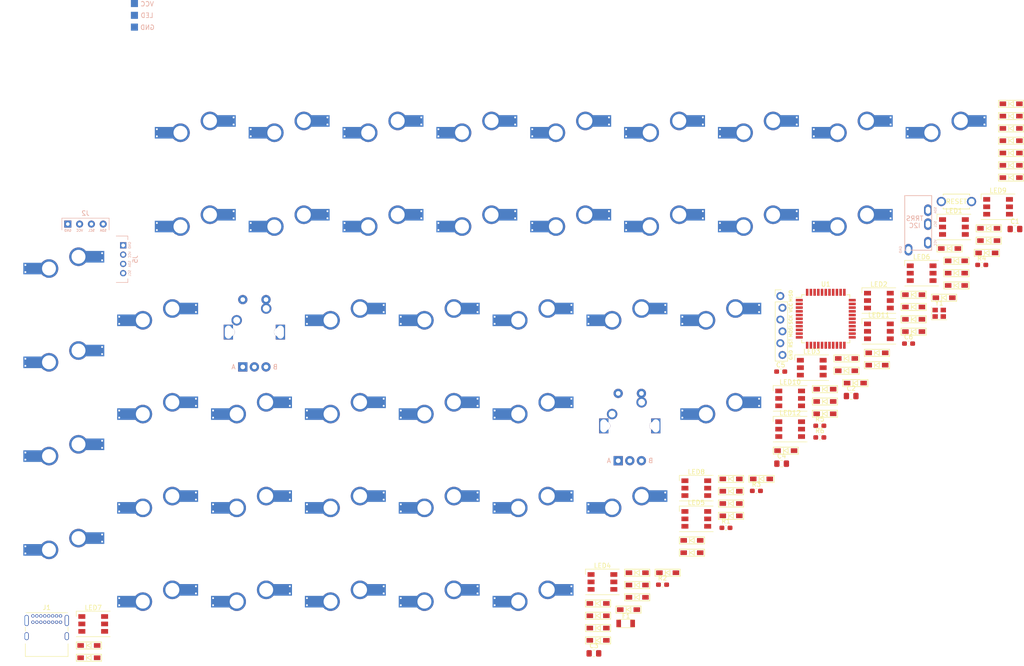
<source format=kicad_pcb>
(kicad_pcb (version 20171130) (host pcbnew "(5.1.6)-1")
  (layers (0 F.Cu signal) (31 B.Cu signal) (34 B.Paste user) (35 F.Paste user) (36 B.SilkS user) (37 F.SilkS user) (38 B.Mask user) (39 F.Mask user) (44 Edge.Cuts user))
  (net 0 "")
  (net 1 GND)
  (net 2 VBUS)
  (net 3 AREF)
  (net 4 UCAP)
  (net 5 XTAL1)
  (net 6 XTAL2)
  (net 7 "Net-(D1-Pad2)")
  (net 8 ROWL0)
  (net 9 "Net-(D2-Pad2)")
  (net 10 "Net-(D3-Pad2)")
  (net 11 "Net-(D4-Pad2)")
  (net 12 "Net-(D5-Pad2)")
  (net 13 ROWL1)
  (net 14 "Net-(D6-Pad2)")
  (net 15 "Net-(D7-Pad2)")
  (net 16 "Net-(D8-Pad2)")
  (net 17 "Net-(D9-Pad2)")
  (net 18 "Net-(D10-Pad2)")
  (net 19 "Net-(D11-Pad2)")
  (net 20 "Net-(D12-Pad2)")
  (net 21 MOSI)
  (net 22 "Net-(D13-Pad2)")
  (net 23 "Net-(D14-Pad2)")
  (net 24 "Net-(D15-Pad2)")
  (net 25 "Net-(D16-Pad2)")
  (net 26 "Net-(D17-Pad2)")
  (net 27 "Net-(D18-Pad2)")
  (net 28 "Net-(D19-Pad2)")
  (net 29 MISO)
  (net 30 "Net-(D20-Pad2)")
  (net 31 "Net-(D21-Pad2)")
  (net 32 "Net-(D22-Pad2)")
  (net 33 "Net-(D23-Pad2)")
  (net 34 ROWR0)
  (net 35 "Net-(D24-Pad2)")
  (net 36 "Net-(D25-Pad2)")
  (net 37 "Net-(D26-Pad2)")
  (net 38 "Net-(D27-Pad2)")
  (net 39 "Net-(D28-Pad2)")
  (net 40 "Net-(D29-Pad2)")
  (net 41 ROWR1)
  (net 42 "Net-(D30-Pad2)")
  (net 43 "Net-(D31-Pad2)")
  (net 44 "Net-(D32-Pad2)")
  (net 45 "Net-(D33-Pad2)")
  (net 46 "Net-(D34-Pad2)")
  (net 47 "Net-(D35-Pad2)")
  (net 48 ROWR2)
  (net 49 "Net-(D36-Pad2)")
  (net 50 "Net-(D37-Pad2)")
  (net 51 "Net-(D38-Pad2)")
  (net 52 "Net-(D39-Pad2)")
  (net 53 "Net-(D40-Pad2)")
  (net 54 "Net-(D41-Pad2)")
  (net 55 "Net-(D42-Pad2)")
  (net 56 "Net-(D43-Pad2)")
  (net 57 COL6)
  (net 58 "Net-(D44-Pad2)")
  (net 59 "Net-(D45-Pad2)")
  (net 60 "Net-(D46-Pad2)")
  (net 61 "Net-(F1-Pad2)")
  (net 62 "Net-(J1-PadA5)")
  (net 63 "Net-(J1-PadA6)")
  (net 64 "Net-(J1-PadA7)")
  (net 65 "Net-(J1-PadA8)")
  (net 66 "Net-(J1-PadB8)")
  (net 67 "Net-(J1-PadB5)")
  (net 68 SCL)
  (net 69 SDA)
  (net 70 RESET)
  (net 71 LED)
  (net 72 "Net-(LED1-Pad3)")
  (net 73 "Net-(LED1-Pad1)")
  (net 74 "Net-(LED2-Pad3)")
  (net 75 "Net-(LED2-Pad1)")
  (net 76 "Net-(LED3-Pad1)")
  (net 77 "Net-(LED3-Pad3)")
  (net 78 "Net-(LED4-Pad3)")
  (net 79 "Net-(LED4-Pad1)")
  (net 80 "Net-(LED5-Pad1)")
  (net 81 "Net-(LED5-Pad3)")
  (net 82 "Net-(LED6-Pad3)")
  (net 83 "Net-(LED6-Pad1)")
  (net 84 "Net-(LED7-Pad3)")
  (net 85 "Net-(LED7-Pad1)")
  (net 86 "Net-(LED8-Pad1)")
  (net 87 "Net-(LED10-Pad6)")
  (net 88 "Net-(LED9-Pad1)")
  (net 89 "Net-(LED10-Pad4)")
  (net 90 "Net-(LED10-Pad3)")
  (net 91 "Net-(LED10-Pad1)")
  (net 92 "Net-(LED11-Pad1)")
  (net 93 "Net-(LED11-Pad3)")
  (net 94 "Net-(LED12-Pad1)")
  (net 95 "Net-(LED12-Pad3)")
  (net 96 DN)
  (net 97 DP)
  (net 98 HWB)
  (net 99 COL1)
  (net 100 COL2)
  (net 101 COL3)
  (net 102 COL4)
  (net 103 COL5)
  (net 104 COL0)
  (net 105 ENCL1)
  (net 106 ENCL2)
  (net 107 ENCR2)
  (net 108 ENCR1)
  (net 109 "Net-(U1-Pad12)")
  (net 110 "Net-(U1-Pad22)")
  (net 111 "Net-(U1-Pad41)")
  (module Capacitor_SMD:C_0805_2012Metric_Pad1.15x1.40mm_HandSolder (layer F.Cu) (at 240.385001 322.405001)
    (fp_text reference C1 (at 0 -1.65) (layer F.SilkS))
    (fp_text value 10u)
    (pad 1 smd roundrect (at -1.025 0) (size 1.15 1.4) (layers F.Cu F.Paste F.Mask) (roundrect_rratio 0.217391) (net 1 GND))
    (pad 2 smd roundrect (at 1.025 0) (size 1.15 1.4) (layers F.Cu F.Paste F.Mask) (roundrect_rratio 0.217391) (net 2 VBUS))
  )
  (module Capacitor_SMD:C_0805_2012Metric_Pad1.15x1.40mm_HandSolder (layer F.Cu) (at 205.135001 358.385001)
    (fp_text reference C2 (at 0 -1.65) (layer F.SilkS))
    (fp_text value 0.1u)
    (pad 2 smd roundrect (at 1.025 0) (size 1.15 1.4) (layers F.Cu F.Paste F.Mask) (roundrect_rratio 0.217391) (net 2 VBUS))
    (pad 1 smd roundrect (at -1.025 0) (size 1.15 1.4) (layers F.Cu F.Paste F.Mask) (roundrect_rratio 0.217391) (net 1 GND))
  )
  (module Capacitor_SMD:C_0805_2012Metric_Pad1.15x1.40mm_HandSolder (layer F.Cu) (at 149.765001 413.805001)
    (fp_text reference C3 (at 0 -1.65) (layer F.SilkS))
    (fp_text value 0.1u)
    (pad 1 smd roundrect (at -1.025 0) (size 1.15 1.4) (layers F.Cu F.Paste F.Mask) (roundrect_rratio 0.217391) (net 3 AREF))
    (pad 2 smd roundrect (at 1.025 0) (size 1.15 1.4) (layers F.Cu F.Paste F.Mask) (roundrect_rratio 0.217391) (net 1 GND))
  )
  (module Capacitor_SMD:C_0805_2012Metric_Pad1.15x1.40mm_HandSolder (layer F.Cu) (at 190.165001 372.945001)
    (fp_text reference C4 (at 0 -1.65) (layer F.SilkS))
    (fp_text value 1u)
    (pad 2 smd roundrect (at 1.025 0) (size 1.15 1.4) (layers F.Cu F.Paste F.Mask) (roundrect_rratio 0.217391) (net 1 GND))
    (pad 1 smd roundrect (at -1.025 0) (size 1.15 1.4) (layers F.Cu F.Paste F.Mask) (roundrect_rratio 0.217391) (net 4 UCAP))
  )
  (module Capacitor_SMD:C_0603_1608Metric_Pad1.05x0.95mm_HandSolder (layer F.Cu) (at 189.965001 353.115001)
    (fp_text reference C5 (at 0 -1.43) (layer F.SilkS))
    (fp_text value 22p)
    (pad 1 smd roundrect (at -0.875 0) (size 1.05 0.95) (layers F.Cu F.Paste F.Mask) (net 5 XTAL1))
    (pad 2 smd roundrect (at 0.875 0) (size 1.05 0.95) (layers F.Cu F.Paste F.Mask) (net 1 GND))
  )
  (module Capacitor_SMD:C_0603_1608Metric_Pad1.05x0.95mm_HandSolder (layer F.Cu) (at 217.485001 347.085001)
    (fp_text reference C6 (at 0 -1.43) (layer F.SilkS))
    (fp_text value 22p)
    (pad 2 smd roundrect (at 0.875 0) (size 1.05 0.95) (layers F.Cu F.Paste F.Mask) (net 1 GND))
    (pad 1 smd roundrect (at -0.875 0) (size 1.05 0.95) (layers F.Cu F.Paste F.Mask) (net 6 XTAL2))
  )
  (module foostan-kbd:D3_SMD_v2 (layer F.Cu) (at 239.565001 295.435001)
    (fp_text reference D1 hide)
    (fp_text value D hide)
    (pad 2 smd rect (at 1.775 0) (size 1.4 1) (layers F.Cu F.Paste F.Mask) (net 7 "Net-(D1-Pad2)"))
    (pad 1 smd rect (at -1.775 0) (size 1.4 1) (layers F.Cu F.Paste F.Mask) (net 8 ROWL0))
  )
  (module foostan-kbd:D3_SMD_v2 (layer F.Cu) (at 41.065001 414.755001)
    (fp_text reference D2 hide)
    (fp_text value D hide)
    (pad 2 smd rect (at 1.775 0) (size 1.4 1) (layers F.Cu F.Paste F.Mask) (net 9 "Net-(D2-Pad2)"))
    (pad 1 smd rect (at -1.775 0) (size 1.4 1) (layers F.Cu F.Paste F.Mask) (net 8 ROWL0))
  )
  (module foostan-kbd:D3_SMD_v2 (layer F.Cu) (at 159.085001 401.735001)
    (fp_text reference D3 hide)
    (fp_text value D hide)
    (pad 1 smd rect (at -1.775 0) (size 1.4 1) (layers F.Cu F.Paste F.Mask) (net 8 ROWL0))
    (pad 2 smd rect (at 1.775 0) (size 1.4 1) (layers F.Cu F.Paste F.Mask) (net 10 "Net-(D3-Pad2)"))
  )
  (module foostan-kbd:D3_SMD_v2 (layer F.Cu) (at 225.135001 337.205001)
    (fp_text reference D4 hide)
    (fp_text value D hide)
    (pad 1 smd rect (at -1.775 0) (size 1.4 1) (layers F.Cu F.Paste F.Mask) (net 8 ROWL0))
    (pad 2 smd rect (at 1.775 0) (size 1.4 1) (layers F.Cu F.Paste F.Mask) (net 11 "Net-(D4-Pad2)"))
  )
  (module foostan-kbd:D3_SMD_v2 (layer F.Cu) (at 218.585001 344.505001)
    (fp_text reference D5 hide)
    (fp_text value D hide)
    (pad 1 smd rect (at -1.775 0) (size 1.4 1) (layers F.Cu F.Paste F.Mask) (net 8 ROWL0))
    (pad 2 smd rect (at 1.775 0) (size 1.4 1) (layers F.Cu F.Paste F.Mask) (net 12 "Net-(D5-Pad2)"))
  )
  (module foostan-kbd:D3_SMD_v2 (layer F.Cu) (at 234.335001 327.555001)
    (fp_text reference D6 hide)
    (fp_text value D hide)
    (pad 2 smd rect (at 1.775 0) (size 1.4 1) (layers F.Cu F.Paste F.Mask) (net 14 "Net-(D6-Pad2)"))
    (pad 1 smd rect (at -1.775 0) (size 1.4 1) (layers F.Cu F.Paste F.Mask) (net 13 ROWL1))
  )
  (module foostan-kbd:D3_SMD_v2 (layer F.Cu) (at 150.665001 411.005001)
    (fp_text reference D7 hide)
    (fp_text value D hide)
    (pad 1 smd rect (at -1.775 0) (size 1.4 1) (layers F.Cu F.Paste F.Mask) (net 13 ROWL1))
    (pad 2 smd rect (at 1.775 0) (size 1.4 1) (layers F.Cu F.Paste F.Mask) (net 15 "Net-(D7-Pad2)"))
  )
  (module foostan-kbd:D3_SMD_v2 (layer F.Cu) (at 227.785001 334.555001)
    (fp_text reference D8 hide)
    (fp_text value D hide)
    (pad 2 smd rect (at 1.775 0) (size 1.4 1) (layers F.Cu F.Paste F.Mask) (net 16 "Net-(D8-Pad2)"))
    (pad 1 smd rect (at -1.775 0) (size 1.4 1) (layers F.Cu F.Paste F.Mask) (net 13 ROWL1))
  )
  (module foostan-kbd:D3_SMD_v2 (layer F.Cu) (at 210.685001 351.725001)
    (fp_text reference D9 hide)
    (fp_text value D hide)
    (pad 1 smd rect (at -1.775 0) (size 1.4 1) (layers F.Cu F.Paste F.Mask) (net 13 ROWL1))
    (pad 2 smd rect (at 1.775 0) (size 1.4 1) (layers F.Cu F.Paste F.Mask) (net 17 "Net-(D9-Pad2)"))
  )
  (module foostan-kbd:D3_SMD_v2 (layer F.Cu) (at 170.865001 392.125001)
    (fp_text reference D10 hide)
    (fp_text value D hide)
    (pad 2 smd rect (at 1.775 0) (size 1.4 1) (layers F.Cu F.Paste F.Mask) (net 18 "Net-(D10-Pad2)"))
    (pad 1 smd rect (at -1.775 0) (size 1.4 1) (layers F.Cu F.Paste F.Mask) (net 13 ROWL1))
  )
  (module foostan-kbd:D3_SMD_v2 (layer F.Cu) (at 179.285001 384.185001)
    (fp_text reference D11 hide)
    (fp_text value D hide)
    (pad 2 smd rect (at 1.775 0) (size 1.4 1) (layers F.Cu F.Paste F.Mask) (net 19 "Net-(D11-Pad2)"))
    (pad 1 smd rect (at -1.775 0) (size 1.4 1) (layers F.Cu F.Paste F.Mask) (net 13 ROWL1))
  )
  (module foostan-kbd:D3_SMD_v2 (layer F.Cu) (at 199.485001 362.205001)
    (fp_text reference D12 hide)
    (fp_text value D hide)
    (pad 2 smd rect (at 1.775 0) (size 1.4 1) (layers F.Cu F.Paste F.Mask) (net 20 "Net-(D12-Pad2)"))
    (pad 1 smd rect (at -1.775 0) (size 1.4 1) (layers F.Cu F.Paste F.Mask) (net 13 ROWL1))
  )
  (module foostan-kbd:D3_SMD_v2 (layer F.Cu) (at 191.065001 370.145001)
    (fp_text reference D13 hide)
    (fp_text value D hide)
    (pad 1 smd rect (at -1.775 0) (size 1.4 1) (layers F.Cu F.Paste F.Mask) (net 21 MOSI))
    (pad 2 smd rect (at 1.775 0) (size 1.4 1) (layers F.Cu F.Paste F.Mask) (net 22 "Net-(D13-Pad2)"))
  )
  (module foostan-kbd:D3_SMD_v2 (layer F.Cu) (at 170.865001 389.475001)
    (fp_text reference D14 hide)
    (fp_text value D hide)
    (pad 2 smd rect (at 1.775 0) (size 1.4 1) (layers F.Cu F.Paste F.Mask) (net 23 "Net-(D14-Pad2)"))
    (pad 1 smd rect (at -1.775 0) (size 1.4 1) (layers F.Cu F.Paste F.Mask) (net 21 MOSI))
  )
  (module foostan-kbd:D3_SMD_v2 (layer F.Cu) (at 210.685001 349.075001)
    (fp_text reference D15 hide)
    (fp_text value D hide)
    (pad 1 smd rect (at -1.775 0) (size 1.4 1) (layers F.Cu F.Paste F.Mask) (net 21 MOSI))
    (pad 2 smd rect (at 1.775 0) (size 1.4 1) (layers F.Cu F.Paste F.Mask) (net 24 "Net-(D15-Pad2)"))
  )
  (module foostan-kbd:D3_SMD_v2 (layer F.Cu) (at 179.285001 381.535001)
    (fp_text reference D16 hide)
    (fp_text value D hide)
    (pad 2 smd rect (at 1.775 0) (size 1.4 1) (layers F.Cu F.Paste F.Mask) (net 25 "Net-(D16-Pad2)"))
    (pad 1 smd rect (at -1.775 0) (size 1.4 1) (layers F.Cu F.Paste F.Mask) (net 21 MOSI))
  )
  (module foostan-kbd:D3_SMD_v2 (layer F.Cu) (at 218.585001 341.855001)
    (fp_text reference D17 hide)
    (fp_text value D hide)
    (pad 1 smd rect (at -1.775 0) (size 1.4 1) (layers F.Cu F.Paste F.Mask) (net 21 MOSI))
    (pad 2 smd rect (at 1.775 0) (size 1.4 1) (layers F.Cu F.Paste F.Mask) (net 26 "Net-(D17-Pad2)"))
  )
  (module foostan-kbd:D3_SMD_v2 (layer F.Cu) (at 159.085001 399.085001)
    (fp_text reference D18 hide)
    (fp_text value D hide)
    (pad 2 smd rect (at 1.775 0) (size 1.4 1) (layers F.Cu F.Paste F.Mask) (net 27 "Net-(D18-Pad2)"))
    (pad 1 smd rect (at -1.775 0) (size 1.4 1) (layers F.Cu F.Paste F.Mask) (net 21 MOSI))
  )
  (module foostan-kbd:D3_SMD_v2 (layer F.Cu) (at 179.285001 378.885001)
    (fp_text reference D19 hide)
    (fp_text value D hide)
    (pad 1 smd rect (at -1.775 0) (size 1.4 1) (layers F.Cu F.Paste F.Mask) (net 21 MOSI))
    (pad 2 smd rect (at 1.775 0) (size 1.4 1) (layers F.Cu F.Paste F.Mask) (net 28 "Net-(D19-Pad2)"))
  )
  (module foostan-kbd:D3_SMD_v2 (layer F.Cu) (at 227.785001 331.905001)
    (fp_text reference D20 hide)
    (fp_text value D hide)
    (pad 2 smd rect (at 1.775 0) (size 1.4 1) (layers F.Cu F.Paste F.Mask) (net 30 "Net-(D20-Pad2)"))
    (pad 1 smd rect (at -1.775 0) (size 1.4 1) (layers F.Cu F.Paste F.Mask) (net 29 MISO))
  )
  (module foostan-kbd:D3_SMD_v2 (layer F.Cu) (at 199.485001 359.555001)
    (fp_text reference D21 hide)
    (fp_text value D hide)
    (pad 1 smd rect (at -1.775 0) (size 1.4 1) (layers F.Cu F.Paste F.Mask) (net 29 MISO))
    (pad 2 smd rect (at 1.775 0) (size 1.4 1) (layers F.Cu F.Paste F.Mask) (net 31 "Net-(D21-Pad2)"))
  )
  (module foostan-kbd:D3_SMD_v2 (layer F.Cu) (at 150.665001 408.355001)
    (fp_text reference D22 hide)
    (fp_text value D hide)
    (pad 2 smd rect (at 1.775 0) (size 1.4 1) (layers F.Cu F.Paste F.Mask) (net 32 "Net-(D22-Pad2)"))
    (pad 1 smd rect (at -1.775 0) (size 1.4 1) (layers F.Cu F.Paste F.Mask) (net 29 MISO))
  )
  (module foostan-kbd:D3_SMD_v2 (layer F.Cu) (at 206.035001 355.585001)
    (fp_text reference D23 hide)
    (fp_text value D hide)
    (pad 1 smd rect (at -1.775 0) (size 1.4 1) (layers F.Cu F.Paste F.Mask) (net 29 MISO))
    (pad 2 smd rect (at 1.775 0) (size 1.4 1) (layers F.Cu F.Paste F.Mask) (net 33 "Net-(D23-Pad2)"))
  )
  (module foostan-kbd:D3_SMD_v2 (layer F.Cu) (at 157.215001 404.385001)
    (fp_text reference D24 hide)
    (fp_text value D hide)
    (pad 2 smd rect (at 1.775 0) (size 1.4 1) (layers F.Cu F.Paste F.Mask) (net 35 "Net-(D24-Pad2)"))
    (pad 1 smd rect (at -1.775 0) (size 1.4 1) (layers F.Cu F.Paste F.Mask) (net 34 ROWR0))
  )
  (module foostan-kbd:D3_SMD_v2 (layer F.Cu) (at 185.835001 376.235001)
    (fp_text reference D25 hide)
    (fp_text value D hide)
    (pad 1 smd rect (at -1.775 0) (size 1.4 1) (layers F.Cu F.Paste F.Mask) (net 34 ROWR0))
    (pad 2 smd rect (at 1.775 0) (size 1.4 1) (layers F.Cu F.Paste F.Mask) (net 36 "Net-(D25-Pad2)"))
  )
  (module foostan-kbd:D3_SMD_v2 (layer F.Cu) (at 165.635001 396.435001)
    (fp_text reference D26 hide)
    (fp_text value D hide)
    (pad 2 smd rect (at 1.775 0) (size 1.4 1) (layers F.Cu F.Paste F.Mask) (net 37 "Net-(D26-Pad2)"))
    (pad 1 smd rect (at -1.775 0) (size 1.4 1) (layers F.Cu F.Paste F.Mask) (net 34 ROWR0))
  )
  (module foostan-kbd:D3_SMD_v2 (layer F.Cu) (at 234.735001 324.905001)
    (fp_text reference D27 hide)
    (fp_text value D hide)
    (pad 1 smd rect (at -1.775 0) (size 1.4 1) (layers F.Cu F.Paste F.Mask) (net 34 ROWR0))
    (pad 2 smd rect (at 1.775 0) (size 1.4 1) (layers F.Cu F.Paste F.Mask) (net 38 "Net-(D27-Pad2)"))
  )
  (module foostan-kbd:D3_SMD_v2 (layer F.Cu) (at 239.565001 303.385001)
    (fp_text reference D28 hide)
    (fp_text value D hide)
    (pad 2 smd rect (at 1.775 0) (size 1.4 1) (layers F.Cu F.Paste F.Mask) (net 39 "Net-(D28-Pad2)"))
    (pad 1 smd rect (at -1.775 0) (size 1.4 1) (layers F.Cu F.Paste F.Mask) (net 34 ROWR0))
  )
  (module foostan-kbd:D3_SMD_v2 (layer F.Cu) (at 218.585001 339.205001)
    (fp_text reference D29 hide)
    (fp_text value D hide)
    (pad 1 smd rect (at -1.775 0) (size 1.4 1) (layers F.Cu F.Paste F.Mask) (net 41 ROWR1))
    (pad 2 smd rect (at 1.775 0) (size 1.4 1) (layers F.Cu F.Paste F.Mask) (net 40 "Net-(D29-Pad2)"))
  )
  (module foostan-kbd:D3_SMD_v2 (layer F.Cu) (at 234.735001 322.255001)
    (fp_text reference D30 hide)
    (fp_text value D hide)
    (pad 2 smd rect (at 1.775 0) (size 1.4 1) (layers F.Cu F.Paste F.Mask) (net 42 "Net-(D30-Pad2)"))
    (pad 1 smd rect (at -1.775 0) (size 1.4 1) (layers F.Cu F.Paste F.Mask) (net 41 ROWR1))
  )
  (module foostan-kbd:D3_SMD_v2 (layer F.Cu) (at 199.485001 356.905001)
    (fp_text reference D31 hide)
    (fp_text value D hide)
    (pad 1 smd rect (at -1.775 0) (size 1.4 1) (layers F.Cu F.Paste F.Mask) (net 41 ROWR1))
    (pad 2 smd rect (at 1.775 0) (size 1.4 1) (layers F.Cu F.Paste F.Mask) (net 43 "Net-(D31-Pad2)"))
  )
  (module foostan-kbd:D3_SMD_v2 (layer F.Cu) (at 150.665001 405.705001)
    (fp_text reference D32 hide)
    (fp_text value D hide)
    (pad 1 smd rect (at -1.775 0) (size 1.4 1) (layers F.Cu F.Paste F.Mask) (net 41 ROWR1))
    (pad 2 smd rect (at 1.775 0) (size 1.4 1) (layers F.Cu F.Paste F.Mask) (net 44 "Net-(D32-Pad2)"))
  )
  (module foostan-kbd:D3_SMD_v2 (layer F.Cu) (at 239.565001 306.035001)
    (fp_text reference D33 hide)
    (fp_text value D hide)
    (pad 1 smd rect (at -1.775 0) (size 1.4 1) (layers F.Cu F.Paste F.Mask) (net 41 ROWR1))
    (pad 2 smd rect (at 1.775 0) (size 1.4 1) (layers F.Cu F.Paste F.Mask) (net 45 "Net-(D33-Pad2)"))
  )
  (module foostan-kbd:D3_SMD_v2 (layer F.Cu) (at 239.565001 300.735001)
    (fp_text reference D34 hide)
    (fp_text value D hide)
    (pad 2 smd rect (at 1.775 0) (size 1.4 1) (layers F.Cu F.Paste F.Mask) (net 46 "Net-(D34-Pad2)"))
    (pad 1 smd rect (at -1.775 0) (size 1.4 1) (layers F.Cu F.Paste F.Mask) (net 41 ROWR1))
  )
  (module foostan-kbd:D3_SMD_v2 (layer F.Cu) (at 204.135001 352.935001)
    (fp_text reference D35 hide)
    (fp_text value D hide)
    (pad 1 smd rect (at -1.775 0) (size 1.4 1) (layers F.Cu F.Paste F.Mask) (net 41 ROWR1))
    (pad 2 smd rect (at 1.775 0) (size 1.4 1) (layers F.Cu F.Paste F.Mask) (net 47 "Net-(D35-Pad2)"))
  )
  (module foostan-kbd:D3_SMD_v2 (layer F.Cu) (at 227.785001 329.255001)
    (fp_text reference D36 hide)
    (fp_text value D hide)
    (pad 2 smd rect (at 1.775 0) (size 1.4 1) (layers F.Cu F.Paste F.Mask) (net 49 "Net-(D36-Pad2)"))
    (pad 1 smd rect (at -1.775 0) (size 1.4 1) (layers F.Cu F.Paste F.Mask) (net 48 ROWR2))
  )
  (module foostan-kbd:D3_SMD_v2 (layer F.Cu) (at 218.585001 336.555001)
    (fp_text reference D37 hide)
    (fp_text value D hide)
    (pad 1 smd rect (at -1.775 0) (size 1.4 1) (layers F.Cu F.Paste F.Mask) (net 48 ROWR2))
    (pad 2 smd rect (at 1.775 0) (size 1.4 1) (layers F.Cu F.Paste F.Mask) (net 50 "Net-(D37-Pad2)"))
  )
  (module foostan-kbd:D3_SMD_v2 (layer F.Cu) (at 179.285001 376.235001)
    (fp_text reference D38 hide)
    (fp_text value D hide)
    (pad 2 smd rect (at 1.775 0) (size 1.4 1) (layers F.Cu F.Paste F.Mask) (net 51 "Net-(D38-Pad2)"))
    (pad 1 smd rect (at -1.775 0) (size 1.4 1) (layers F.Cu F.Paste F.Mask) (net 48 ROWR2))
  )
  (module foostan-kbd:D3_SMD_v2 (layer F.Cu) (at 159.085001 396.435001)
    (fp_text reference D39 hide)
    (fp_text value D hide)
    (pad 1 smd rect (at -1.775 0) (size 1.4 1) (layers F.Cu F.Paste F.Mask) (net 48 ROWR2))
    (pad 2 smd rect (at 1.775 0) (size 1.4 1) (layers F.Cu F.Paste F.Mask) (net 52 "Net-(D39-Pad2)"))
  )
  (module foostan-kbd:D3_SMD_v2 (layer F.Cu) (at 204.135001 350.285001)
    (fp_text reference D40 hide)
    (fp_text value D hide)
    (pad 2 smd rect (at 1.775 0) (size 1.4 1) (layers F.Cu F.Paste F.Mask) (net 53 "Net-(D40-Pad2)"))
    (pad 1 smd rect (at -1.775 0) (size 1.4 1) (layers F.Cu F.Paste F.Mask) (net 48 ROWR2))
  )
  (module foostan-kbd:D3_SMD_v2 (layer F.Cu) (at 150.665001 403.055001)
    (fp_text reference D41 hide)
    (fp_text value D hide)
    (pad 1 smd rect (at -1.775 0) (size 1.4 1) (layers F.Cu F.Paste F.Mask) (net 48 ROWR2))
    (pad 2 smd rect (at 1.775 0) (size 1.4 1) (layers F.Cu F.Paste F.Mask) (net 54 "Net-(D41-Pad2)"))
  )
  (module foostan-kbd:D3_SMD_v2 (layer F.Cu) (at 239.565001 298.085001)
    (fp_text reference D42 hide)
    (fp_text value D hide)
    (pad 1 smd rect (at -1.775 0) (size 1.4 1) (layers F.Cu F.Paste F.Mask) (net 48 ROWR2))
    (pad 2 smd rect (at 1.775 0) (size 1.4 1) (layers F.Cu F.Paste F.Mask) (net 55 "Net-(D42-Pad2)"))
  )
  (module foostan-kbd:D3_SMD_v2 (layer F.Cu) (at 239.565001 311.335001)
    (fp_text reference D43 hide)
    (fp_text value D hide)
    (pad 2 smd rect (at 1.775 0) (size 1.4 1) (layers F.Cu F.Paste F.Mask) (net 56 "Net-(D43-Pad2)"))
    (pad 1 smd rect (at -1.775 0) (size 1.4 1) (layers F.Cu F.Paste F.Mask) (net 57 COL6))
  )
  (module foostan-kbd:D3_SMD_v2 (layer F.Cu) (at 239.565001 308.685001)
    (fp_text reference D44 hide)
    (fp_text value D hide)
    (pad 1 smd rect (at -1.775 0) (size 1.4 1) (layers F.Cu F.Paste F.Mask) (net 57 COL6))
    (pad 2 smd rect (at 1.775 0) (size 1.4 1) (layers F.Cu F.Paste F.Mask) (net 58 "Net-(D44-Pad2)"))
  )
  (module foostan-kbd:D3_SMD_v2 (layer F.Cu) (at 41.065001 412.105001)
    (fp_text reference D45 hide)
    (fp_text value D hide)
    (pad 2 smd rect (at 1.775 0) (size 1.4 1) (layers F.Cu F.Paste F.Mask) (net 59 "Net-(D45-Pad2)"))
    (pad 1 smd rect (at -1.775 0) (size 1.4 1) (layers F.Cu F.Paste F.Mask) (net 57 COL6))
  )
  (module foostan-kbd:D3_SMD_v2 (layer F.Cu) (at 226.315001 326.605001)
    (fp_text reference D46 hide)
    (fp_text value D hide)
    (pad 2 smd rect (at 1.775 0) (size 1.4 1) (layers F.Cu F.Paste F.Mask) (net 60 "Net-(D46-Pad2)"))
    (pad 1 smd rect (at -1.775 0) (size 1.4 1) (layers F.Cu F.Paste F.Mask) (net 57 COL6))
  )
  (module 1m38_kbd:Bouns_PTC_ResettableFuse (layer F.Cu) (at 156.600001 407.370001)
    (fp_text reference F1 (at 0.1 -1.6) (layer F.SilkS))
    (fp_text value 500mA)
    (pad 1 smd rect (at -1.5 0) (size 1 1.6) (layers F.Cu F.Paste F.Mask) (net 2 VBUS))
    (pad 2 smd rect (at 1.5 0) (size 1 1.6) (layers F.Cu F.Paste F.Mask) (net 61 "Net-(F1-Pad2)"))
  )
  (module Connector_USB:USB_C_Receptacle_GCT_USB4085 (layer F.Cu) (at 29.015001 405.745001)
    (fp_text reference J1 (at 2.975 -1.8) (layer F.SilkS))
    (fp_text value USB_C_Receptacle_USB2.0)
    (pad A1 thru_hole circle (at 0 0) (size 0.7 0.7) (drill 0.4) (layers *.Cu *.Mask) (net 1 GND))
    (pad A4 thru_hole circle (at 0.85 0) (size 0.7 0.7) (drill 0.4) (layers *.Cu *.Mask) (net 61 "Net-(F1-Pad2)"))
    (pad A5 thru_hole circle (at 1.7 0) (size 0.7 0.7) (drill 0.4) (layers *.Cu *.Mask) (net 62 "Net-(J1-PadA5)"))
    (pad A6 thru_hole circle (at 2.55 0) (size 0.7 0.7) (drill 0.4) (layers *.Cu *.Mask) (net 63 "Net-(J1-PadA6)"))
    (pad A7 thru_hole circle (at 3.4 0) (size 0.7 0.7) (drill 0.4) (layers *.Cu *.Mask) (net 64 "Net-(J1-PadA7)"))
    (pad A8 thru_hole circle (at 4.25 0) (size 0.7 0.7) (drill 0.4) (layers *.Cu *.Mask) (net 65 "Net-(J1-PadA8)"))
    (pad A9 thru_hole circle (at 5.1 0) (size 0.7 0.7) (drill 0.4) (layers *.Cu *.Mask) (net 61 "Net-(F1-Pad2)"))
    (pad A12 thru_hole circle (at 5.95 0) (size 0.7 0.7) (drill 0.4) (layers *.Cu *.Mask) (net 1 GND))
    (pad B9 thru_hole circle (at 0.85 1.35) (size 0.7 0.7) (drill 0.4) (layers *.Cu *.Mask) (net 61 "Net-(F1-Pad2)"))
    (pad B7 thru_hole circle (at 2.55 1.35) (size 0.7 0.7) (drill 0.4) (layers *.Cu *.Mask) (net 64 "Net-(J1-PadA7)"))
    (pad B8 thru_hole circle (at 1.7 1.35) (size 0.7 0.7) (drill 0.4) (layers *.Cu *.Mask) (net 66 "Net-(J1-PadB8)"))
    (pad B12 thru_hole circle (at 0 1.35) (size 0.7 0.7) (drill 0.4) (layers *.Cu *.Mask) (net 1 GND))
    (pad B5 thru_hole circle (at 4.25 1.35) (size 0.7 0.7) (drill 0.4) (layers *.Cu *.Mask) (net 67 "Net-(J1-PadB5)"))
    (pad B4 thru_hole circle (at 5.1 1.35) (size 0.7 0.7) (drill 0.4) (layers *.Cu *.Mask) (net 61 "Net-(F1-Pad2)"))
    (pad B1 thru_hole circle (at 5.95 1.35) (size 0.7 0.7) (drill 0.4) (layers *.Cu *.Mask) (net 1 GND))
    (pad B6 thru_hole circle (at 3.4 1.35) (size 0.7 0.7) (drill 0.4) (layers *.Cu *.Mask) (net 63 "Net-(J1-PadA6)"))
    (pad S1 thru_hole oval (at -1.35 0.98) (size 0.9 2.4) (drill oval 0.6 2.1) (layers *.Cu *.Mask) (net 1 GND))
    (pad S1 thru_hole oval (at 7.3 0.98) (size 0.9 2.4) (drill oval 0.6 2.1) (layers *.Cu *.Mask) (net 1 GND))
    (pad S1 thru_hole oval (at -1.35 4.36) (size 0.9 1.7) (drill oval 0.6 1.4) (layers *.Cu *.Mask) (net 1 GND))
    (pad S1 thru_hole oval (at 7.3 4.36) (size 0.9 1.7) (drill oval 0.6 1.4) (layers *.Cu *.Mask) (net 1 GND))
  )
  (module 1m38_kbd:OLED-0.96in (layer F.Cu) (at 40.340001 322.610001)
    (fp_text reference J2 (at 0 -3.6) (layer B.SilkS) (effects (justify mirror)))
    (fp_text value OLED_I2C)
    (fp_text user GND (at -3.81 0.1 180) (layer B.SilkS) (effects (font (size 0.5 0.5) (thickness 0.1)) (justify mirror)))
    (fp_text user VCC (at -1.27 0.1 180) (layer B.SilkS) (effects (font (size 0.5 0.5) (thickness 0.1)) (justify mirror)))
    (fp_text user SCL (at 1.27 0.1 180) (layer B.SilkS) (effects (font (size 0.5 0.5) (thickness 0.1)) (justify mirror)))
    (fp_text user SDA (at 3.81 0.1 180) (layer B.SilkS) (effects (font (size 0.5 0.5) (thickness 0.1)) (justify mirror)))
    (pad 1 thru_hole rect (at -3.81 -1.27) (size 1.524 1.524) (drill 0.762) (layers *.Cu *.Mask) (net 1 GND))
    (pad 2 thru_hole circle (at -1.27 -1.27) (size 1.524 1.524) (drill 0.762) (layers *.Cu *.Mask) (net 2 VBUS))
    (pad 3 thru_hole circle (at 1.27 -1.27) (size 1.524 1.524) (drill 0.762) (layers *.Cu *.Mask) (net 68 SCL))
    (pad 4 thru_hole circle (at 3.81 -1.27) (size 1.524 1.524) (drill 0.762) (layers *.Cu *.Mask) (net 69 SDA))
  )
  (module foostan-kbd:StripLED_1side (layer B.Cu) (at 50.87 273.84 180)
    (fp_text reference J3 hide)
    (fp_text value Conn_LED hide)
    (fp_text user VCC (at -2.75 -0.1) (layer B.SilkS) (effects (justify mirror)))
    (fp_text user LED (at -2.71 -2.56) (layer B.SilkS) (effects (justify mirror)))
    (fp_text user GND (at -2.8 -5.15) (layer B.SilkS) (effects (justify mirror)))
    (pad 3 smd rect (at 0 -5.08 180) (size 1.524 1.524) (layers B.Cu B.Mask) (net 1 GND))
    (pad 2 smd rect (at 0 -2.54 180) (size 1.524 1.524) (layers B.Cu B.Mask) (net 71 LED))
    (pad 1 smd rect (at 0 0 180) (size 1.524 1.524) (layers B.Cu B.Mask) (net 2 VBUS))
  )
  (module 1m38_kbd:ICSP-Header-ZigZag-Single (layer F.Cu) (at 190.115001 336.835001)
    (fp_text reference J4 hide)
    (fp_text value AVR-ISP-6)
    (fp_text user MISO (at 2.032 0 90) (layer F.SilkS) (effects (font (size 0.7 0.7))))
    (fp_text user VCC (at 2.032 2.54 90) (layer F.SilkS) (effects (font (size 0.7 0.7))))
    (fp_text user SCK (at 2.032 5.08 90) (layer F.SilkS) (effects (font (size 0.7 0.7))))
    (fp_text user MOSI (at 2.032 7.62 90) (layer F.SilkS) (effects (font (size 0.7 0.7))))
    (fp_text user RST (at 2.032 10.16 90) (layer F.SilkS) (effects (font (size 0.7 0.7))))
    (fp_text user GND (at 2.032 12.7 90) (layer F.SilkS) (effects (font (size 0.7 0.7))))
    (pad 6 thru_hole oval (at 0.2286 12.7) (size 1.7 1.7) (drill 1) (layers *.Cu *.Mask) (net 1 GND))
    (pad 5 thru_hole oval (at -0.2286 10.16) (size 1.7 1.7) (drill 1) (layers *.Cu *.Mask) (net 70 RESET))
    (pad 4 thru_hole oval (at 0.2286 7.62) (size 1.7 1.7) (drill 1) (layers *.Cu *.Mask) (net 21 MOSI))
    (pad 3 thru_hole oval (at -0.2286 5.08) (size 1.7 1.7) (drill 1) (layers *.Cu *.Mask) (net 13 ROWL1))
    (pad 2 thru_hole oval (at 0.2286 2.54) (size 1.7 1.7) (drill 1) (layers *.Cu *.Mask) (net 2 VBUS))
    (pad 1 thru_hole circle (at -0.2286 0) (size 1.7 1.7) (drill 1) (layers *.Cu *.Mask) (net 29 MISO))
  )
  (module 1m38_kbd:Grove_I2C (layer F.Cu) (at 48.450001 325.920001)
    (fp_text reference J5 (at 2.6 3 90) (layer B.SilkS) (effects (justify mirror)))
    (fp_text value GLOVE_I2C)
    (fp_text user GND (at 1.4 0 90) (layer B.SilkS) (effects (font (size 0.5 0.5) (thickness 0.075)) (justify mirror)))
    (fp_text user VCC (at 1.4 2 90) (layer B.SilkS) (effects (font (size 0.5 0.5) (thickness 0.075)) (justify mirror)))
    (fp_text user SDA (at 1.4 4 90) (layer B.SilkS) (effects (font (size 0.5 0.5) (thickness 0.075)) (justify mirror)))
    (fp_text user SCL (at 1.4 6 90) (layer B.SilkS) (effects (font (size 0.5 0.5) (thickness 0.075)) (justify mirror)))
    (pad 4 thru_hole rect (at 0 0) (size 1.35 1.35) (drill 0.8) (layers *.Cu *.Mask) (net 69 SDA))
    (pad 3 thru_hole oval (at 0 2) (size 1.35 1.35) (drill 0.8) (layers *.Cu *.Mask) (net 68 SCL))
    (pad 2 thru_hole oval (at 0 4) (size 1.35 1.35) (drill 0.8) (layers *.Cu *.Mask) (net 2 VBUS))
    (pad 1 thru_hole oval (at 0 6) (size 1.35 1.35) (drill 0.8) (layers *.Cu *.Mask) (net 1 GND))
  )
  (module 1m38_kbd:MJ-4PP-9_1side_backside-mask (layer F.Cu) (at 219.565001 315.06)
    (fp_text reference J6)
    (fp_text value TRRS_I2C hide)
    (fp_text user TRRS (at -0.75 5.08 180) (layer B.SilkS) (effects (justify mirror)))
    (fp_text user I2C (at -0.762 6.604) (layer B.SilkS) (effects (justify mirror)))
    (fp_text user GND (at -3.81 11.8 270) (layer B.SilkS) (effects (font (size 0.5 0.5) (thickness 0.075)) (justify mirror)))
    (fp_text user VCC (at 3.683 10.3 90) (layer B.SilkS) (effects (font (size 0.5 0.5) (thickness 0.075)) (justify mirror)))
    (fp_text user SCL (at 3.683 6.3 90) (layer B.SilkS) (effects (font (size 0.5 0.5) (thickness 0.075)) (justify mirror)))
    (fp_text user SDA (at 3.683 3.3 90) (layer B.SilkS) (effects (font (size 0.5 0.5) (thickness 0.075)) (justify mirror)))
    (pad "" np_thru_hole circle (at 0 1.5) (size 1.2 1.2) (drill 1.2) (layers *.Cu *.Mask))
    (pad "" np_thru_hole circle (at 0 8.5) (size 1.2 1.2) (drill 1.2) (layers *.Cu *.Mask))
    (pad B thru_hole oval (at 2.1 3.3) (size 1.7 2.5) (drill oval 1 1.5) (layers *.Cu B.Mask) (net 69 SDA))
    (pad C thru_hole oval (at 2.1 6.3) (size 1.7 2.5) (drill oval 1 1.5) (layers *.Cu B.Mask) (net 68 SCL))
    (pad D thru_hole oval (at 2.1 10.3) (size 1.7 2.5) (drill oval 1 1.5) (layers *.Cu B.Mask) (net 2 VBUS) (clearance 0.15))
    (pad A thru_hole oval (at -2.1 11.8) (size 1.7 2.5) (drill oval 1 1.5) (layers *.Cu B.Mask) (net 1 GND) (clearance 0.15))
  )
  (module LED_SMD:LED_WS2812_PLCC6_5.0x5.0mm_P1.6mm (layer F.Cu) (at 227.250001 321.970001)
    (fp_text reference LED1 (at 0 -3.5) (layer F.SilkS))
    (fp_text value WS2813)
    (pad 4 smd rect (at 2.45 1.6) (size 1.5 1) (layers F.Cu F.Paste F.Mask) (net 71 LED))
    (pad 5 smd rect (at 2.45 0) (size 1.5 1) (layers F.Cu F.Paste F.Mask) (net 1 GND))
    (pad 6 smd rect (at 2.45 -1.6) (size 1.5 1) (layers F.Cu F.Paste F.Mask) (net 1 GND))
    (pad 3 smd rect (at -2.45 1.6) (size 1.5 1) (layers F.Cu F.Paste F.Mask) (net 72 "Net-(LED1-Pad3)"))
    (pad 2 smd rect (at -2.45 0) (size 1.5 1) (layers F.Cu F.Paste F.Mask) (net 2 VBUS))
    (pad 1 smd rect (at -2.45 -1.6) (size 1.5 1) (layers F.Cu F.Paste F.Mask) (net 73 "Net-(LED1-Pad1)"))
  )
  (module LED_SMD:LED_WS2812_PLCC6_5.0x5.0mm_P1.6mm (layer F.Cu) (at 211.100001 337.820001)
    (fp_text reference LED2 (at 0 -3.5) (layer F.SilkS))
    (fp_text value WS2813)
    (pad 1 smd rect (at -2.45 -1.6) (size 1.5 1) (layers F.Cu F.Paste F.Mask) (net 75 "Net-(LED2-Pad1)"))
    (pad 2 smd rect (at -2.45 0) (size 1.5 1) (layers F.Cu F.Paste F.Mask) (net 2 VBUS))
    (pad 3 smd rect (at -2.45 1.6) (size 1.5 1) (layers F.Cu F.Paste F.Mask) (net 74 "Net-(LED2-Pad3)"))
    (pad 6 smd rect (at 2.45 -1.6) (size 1.5 1) (layers F.Cu F.Paste F.Mask) (net 71 LED))
    (pad 5 smd rect (at 2.45 0) (size 1.5 1) (layers F.Cu F.Paste F.Mask) (net 1 GND))
    (pad 4 smd rect (at 2.45 1.6) (size 1.5 1) (layers F.Cu F.Paste F.Mask) (net 72 "Net-(LED1-Pad3)"))
  )
  (module LED_SMD:LED_WS2812_PLCC6_5.0x5.0mm_P1.6mm (layer F.Cu) (at 196.650001 352.270001)
    (fp_text reference LED3 (at 0 -3.5) (layer F.SilkS))
    (fp_text value WS2813)
    (pad 4 smd rect (at 2.45 1.6) (size 1.5 1) (layers F.Cu F.Paste F.Mask) (net 74 "Net-(LED2-Pad3)"))
    (pad 5 smd rect (at 2.45 0) (size 1.5 1) (layers F.Cu F.Paste F.Mask) (net 1 GND))
    (pad 6 smd rect (at 2.45 -1.6) (size 1.5 1) (layers F.Cu F.Paste F.Mask) (net 72 "Net-(LED1-Pad3)"))
    (pad 3 smd rect (at -2.45 1.6) (size 1.5 1) (layers F.Cu F.Paste F.Mask) (net 77 "Net-(LED3-Pad3)"))
    (pad 2 smd rect (at -2.45 0) (size 1.5 1) (layers F.Cu F.Paste F.Mask) (net 2 VBUS))
    (pad 1 smd rect (at -2.45 -1.6) (size 1.5 1) (layers F.Cu F.Paste F.Mask) (net 76 "Net-(LED3-Pad1)"))
  )
  (module LED_SMD:LED_WS2812_PLCC6_5.0x5.0mm_P1.6mm (layer F.Cu) (at 151.600001 398.420001)
    (fp_text reference LED4 (at 0 -3.5) (layer F.SilkS))
    (fp_text value WS2813)
    (pad 1 smd rect (at -2.45 -1.6) (size 1.5 1) (layers F.Cu F.Paste F.Mask) (net 79 "Net-(LED4-Pad1)"))
    (pad 2 smd rect (at -2.45 0) (size 1.5 1) (layers F.Cu F.Paste F.Mask) (net 2 VBUS))
    (pad 3 smd rect (at -2.45 1.6) (size 1.5 1) (layers F.Cu F.Paste F.Mask) (net 78 "Net-(LED4-Pad3)"))
    (pad 6 smd rect (at 2.45 -1.6) (size 1.5 1) (layers F.Cu F.Paste F.Mask) (net 74 "Net-(LED2-Pad3)"))
    (pad 5 smd rect (at 2.45 0) (size 1.5 1) (layers F.Cu F.Paste F.Mask) (net 1 GND))
    (pad 4 smd rect (at 2.45 1.6) (size 1.5 1) (layers F.Cu F.Paste F.Mask) (net 77 "Net-(LED3-Pad3)"))
  )
  (module LED_SMD:LED_WS2812_PLCC6_5.0x5.0mm_P1.6mm (layer F.Cu) (at 171.800001 384.840001)
    (fp_text reference LED5 (at 0 -3.5) (layer F.SilkS))
    (fp_text value WS2813)
    (pad 4 smd rect (at 2.45 1.6) (size 1.5 1) (layers F.Cu F.Paste F.Mask) (net 78 "Net-(LED4-Pad3)"))
    (pad 5 smd rect (at 2.45 0) (size 1.5 1) (layers F.Cu F.Paste F.Mask) (net 1 GND))
    (pad 6 smd rect (at 2.45 -1.6) (size 1.5 1) (layers F.Cu F.Paste F.Mask) (net 77 "Net-(LED3-Pad3)"))
    (pad 3 smd rect (at -2.45 1.6) (size 1.5 1) (layers F.Cu F.Paste F.Mask) (net 81 "Net-(LED5-Pad3)"))
    (pad 2 smd rect (at -2.45 0) (size 1.5 1) (layers F.Cu F.Paste F.Mask) (net 2 VBUS))
    (pad 1 smd rect (at -2.45 -1.6) (size 1.5 1) (layers F.Cu F.Paste F.Mask) (net 80 "Net-(LED5-Pad1)"))
  )
  (module LED_SMD:LED_WS2812_PLCC6_5.0x5.0mm_P1.6mm (layer F.Cu) (at 220.300001 331.920001)
    (fp_text reference LED6 (at 0 -3.5) (layer F.SilkS))
    (fp_text value WS2813)
    (pad 1 smd rect (at -2.45 -1.6) (size 1.5 1) (layers F.Cu F.Paste F.Mask) (net 83 "Net-(LED6-Pad1)"))
    (pad 2 smd rect (at -2.45 0) (size 1.5 1) (layers F.Cu F.Paste F.Mask) (net 2 VBUS))
    (pad 3 smd rect (at -2.45 1.6) (size 1.5 1) (layers F.Cu F.Paste F.Mask) (net 82 "Net-(LED6-Pad3)"))
    (pad 6 smd rect (at 2.45 -1.6) (size 1.5 1) (layers F.Cu F.Paste F.Mask) (net 78 "Net-(LED4-Pad3)"))
    (pad 5 smd rect (at 2.45 0) (size 1.5 1) (layers F.Cu F.Paste F.Mask) (net 1 GND))
    (pad 4 smd rect (at 2.45 1.6) (size 1.5 1) (layers F.Cu F.Paste F.Mask) (net 81 "Net-(LED5-Pad3)"))
  )
  (module LED_SMD:LED_WS2812_PLCC6_5.0x5.0mm_P1.6mm (layer F.Cu) (at 42.000001 407.470001)
    (fp_text reference LED7 (at 0 -3.5) (layer F.SilkS))
    (fp_text value WS2813)
    (pad 1 smd rect (at -2.45 -1.6) (size 1.5 1) (layers F.Cu F.Paste F.Mask) (net 85 "Net-(LED7-Pad1)"))
    (pad 2 smd rect (at -2.45 0) (size 1.5 1) (layers F.Cu F.Paste F.Mask) (net 2 VBUS))
    (pad 3 smd rect (at -2.45 1.6) (size 1.5 1) (layers F.Cu F.Paste F.Mask) (net 84 "Net-(LED7-Pad3)"))
    (pad 6 smd rect (at 2.45 -1.6) (size 1.5 1) (layers F.Cu F.Paste F.Mask) (net 81 "Net-(LED5-Pad3)"))
    (pad 5 smd rect (at 2.45 0) (size 1.5 1) (layers F.Cu F.Paste F.Mask) (net 1 GND))
    (pad 4 smd rect (at 2.45 1.6) (size 1.5 1) (layers F.Cu F.Paste F.Mask) (net 82 "Net-(LED6-Pad3)"))
  )
  (module LED_SMD:LED_WS2812_PLCC6_5.0x5.0mm_P1.6mm (layer F.Cu) (at 171.800001 378.220001)
    (fp_text reference LED8 (at 0 -3.5) (layer F.SilkS))
    (fp_text value WS2813)
    (pad 4 smd rect (at 2.45 1.6) (size 1.5 1) (layers F.Cu F.Paste F.Mask) (net 84 "Net-(LED7-Pad3)"))
    (pad 5 smd rect (at 2.45 0) (size 1.5 1) (layers F.Cu F.Paste F.Mask) (net 1 GND))
    (pad 6 smd rect (at 2.45 -1.6) (size 1.5 1) (layers F.Cu F.Paste F.Mask) (net 82 "Net-(LED6-Pad3)"))
    (pad 3 smd rect (at -2.45 1.6) (size 1.5 1) (layers F.Cu F.Paste F.Mask) (net 87 "Net-(LED10-Pad6)"))
    (pad 2 smd rect (at -2.45 0) (size 1.5 1) (layers F.Cu F.Paste F.Mask) (net 2 VBUS))
    (pad 1 smd rect (at -2.45 -1.6) (size 1.5 1) (layers F.Cu F.Paste F.Mask) (net 86 "Net-(LED8-Pad1)"))
  )
  (module LED_SMD:LED_WS2812_PLCC6_5.0x5.0mm_P1.6mm (layer F.Cu) (at 236.750001 317.620001)
    (fp_text reference LED9 (at 0 -3.5) (layer F.SilkS))
    (fp_text value WS2813)
    (pad 4 smd rect (at 2.45 1.6) (size 1.5 1) (layers F.Cu F.Paste F.Mask) (net 87 "Net-(LED10-Pad6)"))
    (pad 5 smd rect (at 2.45 0) (size 1.5 1) (layers F.Cu F.Paste F.Mask) (net 1 GND))
    (pad 6 smd rect (at 2.45 -1.6) (size 1.5 1) (layers F.Cu F.Paste F.Mask) (net 84 "Net-(LED7-Pad3)"))
    (pad 3 smd rect (at -2.45 1.6) (size 1.5 1) (layers F.Cu F.Paste F.Mask) (net 89 "Net-(LED10-Pad4)"))
    (pad 2 smd rect (at -2.45 0) (size 1.5 1) (layers F.Cu F.Paste F.Mask) (net 2 VBUS))
    (pad 1 smd rect (at -2.45 -1.6) (size 1.5 1) (layers F.Cu F.Paste F.Mask) (net 88 "Net-(LED9-Pad1)"))
  )
  (module LED_SMD:LED_WS2812_PLCC6_5.0x5.0mm_P1.6mm (layer F.Cu) (at 192.000001 358.890001)
    (fp_text reference LED10 (at 0 -3.5) (layer F.SilkS))
    (fp_text value WS2813)
    (pad 1 smd rect (at -2.45 -1.6) (size 1.5 1) (layers F.Cu F.Paste F.Mask) (net 91 "Net-(LED10-Pad1)"))
    (pad 2 smd rect (at -2.45 0) (size 1.5 1) (layers F.Cu F.Paste F.Mask) (net 2 VBUS))
    (pad 3 smd rect (at -2.45 1.6) (size 1.5 1) (layers F.Cu F.Paste F.Mask) (net 90 "Net-(LED10-Pad3)"))
    (pad 6 smd rect (at 2.45 -1.6) (size 1.5 1) (layers F.Cu F.Paste F.Mask) (net 87 "Net-(LED10-Pad6)"))
    (pad 5 smd rect (at 2.45 0) (size 1.5 1) (layers F.Cu F.Paste F.Mask) (net 1 GND))
    (pad 4 smd rect (at 2.45 1.6) (size 1.5 1) (layers F.Cu F.Paste F.Mask) (net 89 "Net-(LED10-Pad4)"))
  )
  (module LED_SMD:LED_WS2812_PLCC6_5.0x5.0mm_P1.6mm (layer F.Cu) (at 211.100001 344.440001)
    (fp_text reference LED11 (at 0 -3.5) (layer F.SilkS))
    (fp_text value WS2813)
    (pad 4 smd rect (at 2.45 1.6) (size 1.5 1) (layers F.Cu F.Paste F.Mask) (net 90 "Net-(LED10-Pad3)"))
    (pad 5 smd rect (at 2.45 0) (size 1.5 1) (layers F.Cu F.Paste F.Mask) (net 1 GND))
    (pad 6 smd rect (at 2.45 -1.6) (size 1.5 1) (layers F.Cu F.Paste F.Mask) (net 89 "Net-(LED10-Pad4)"))
    (pad 3 smd rect (at -2.45 1.6) (size 1.5 1) (layers F.Cu F.Paste F.Mask) (net 93 "Net-(LED11-Pad3)"))
    (pad 2 smd rect (at -2.45 0) (size 1.5 1) (layers F.Cu F.Paste F.Mask) (net 2 VBUS))
    (pad 1 smd rect (at -2.45 -1.6) (size 1.5 1) (layers F.Cu F.Paste F.Mask) (net 92 "Net-(LED11-Pad1)"))
  )
  (module LED_SMD:LED_WS2812_PLCC6_5.0x5.0mm_P1.6mm (layer F.Cu) (at 192.000001 365.510001)
    (fp_text reference LED12 (at 0 -3.5) (layer F.SilkS))
    (fp_text value WS2813)
    (pad 1 smd rect (at -2.45 -1.6) (size 1.5 1) (layers F.Cu F.Paste F.Mask) (net 94 "Net-(LED12-Pad1)"))
    (pad 2 smd rect (at -2.45 0) (size 1.5 1) (layers F.Cu F.Paste F.Mask) (net 2 VBUS))
    (pad 3 smd rect (at -2.45 1.6) (size 1.5 1) (layers F.Cu F.Paste F.Mask) (net 95 "Net-(LED12-Pad3)"))
    (pad 6 smd rect (at 2.45 -1.6) (size 1.5 1) (layers F.Cu F.Paste F.Mask) (net 90 "Net-(LED10-Pad3)"))
    (pad 5 smd rect (at 2.45 0) (size 1.5 1) (layers F.Cu F.Paste F.Mask) (net 1 GND))
    (pad 4 smd rect (at 2.45 1.6) (size 1.5 1) (layers F.Cu F.Paste F.Mask) (net 93 "Net-(LED11-Pad3)"))
  )
  (module Resistor_SMD:R_0603_1608Metric_Pad1.05x0.95mm_HandSolder (layer F.Cu) (at 178.185001 386.765001)
    (fp_text reference R1 (at 0 -1.43) (layer F.SilkS))
    (fp_text value 5.1k)
    (pad 2 smd roundrect (at 0.875 0) (size 1.05 0.95) (layers F.Cu F.Paste F.Mask) (net 62 "Net-(J1-PadA5)"))
    (pad 1 smd roundrect (at -0.875 0) (size 1.05 0.95) (layers F.Cu F.Paste F.Mask) (net 1 GND))
  )
  (module Resistor_SMD:R_0603_1608Metric_Pad1.05x0.95mm_HandSolder (layer F.Cu) (at 164.535001 399.015001)
    (fp_text reference R2 (at 0 -1.43) (layer F.SilkS))
    (fp_text value 5.1k)
    (pad 1 smd roundrect (at -0.875 0) (size 1.05 0.95) (layers F.Cu F.Paste F.Mask) (net 1 GND))
    (pad 2 smd roundrect (at 0.875 0) (size 1.05 0.95) (layers F.Cu F.Paste F.Mask) (net 67 "Net-(J1-PadB5)"))
  )
  (module Resistor_SMD:R_0603_1608Metric_Pad1.05x0.95mm_HandSolder (layer F.Cu) (at 184.735001 378.815001)
    (fp_text reference R3 (at 0 -1.43) (layer F.SilkS))
    (fp_text value 22)
    (pad 2 smd roundrect (at 0.875 0) (size 1.05 0.95) (layers F.Cu F.Paste F.Mask) (net 64 "Net-(J1-PadA7)"))
    (pad 1 smd roundrect (at -0.875 0) (size 1.05 0.95) (layers F.Cu F.Paste F.Mask) (net 96 DN))
  )
  (module Resistor_SMD:R_0603_1608Metric_Pad1.05x0.95mm_HandSolder (layer F.Cu) (at 233.235001 330.135001)
    (fp_text reference R4 (at 0 -1.43) (layer F.SilkS))
    (fp_text value 22)
    (pad 1 smd roundrect (at -0.875 0) (size 1.05 0.95) (layers F.Cu F.Paste F.Mask) (net 63 "Net-(J1-PadA6)"))
    (pad 2 smd roundrect (at 0.875 0) (size 1.05 0.95) (layers F.Cu F.Paste F.Mask) (net 97 DP))
  )
  (module Resistor_SMD:R_0603_1608Metric_Pad1.05x0.95mm_HandSolder (layer F.Cu) (at 198.385001 364.785001)
    (fp_text reference R5 (at 0 -1.43) (layer F.SilkS))
    (fp_text value 10k)
    (pad 2 smd roundrect (at 0.875 0) (size 1.05 0.95) (layers F.Cu F.Paste F.Mask) (net 70 RESET))
    (pad 1 smd roundrect (at -0.875 0) (size 1.05 0.95) (layers F.Cu F.Paste F.Mask) (net 2 VBUS))
  )
  (module Resistor_SMD:R_0603_1608Metric_Pad1.05x0.95mm_HandSolder (layer F.Cu) (at 198.385001 367.295001)
    (fp_text reference R6 (at 0 -1.43) (layer F.SilkS))
    (fp_text value 10k)
    (pad 1 smd roundrect (at -0.875 0) (size 1.05 0.95) (layers F.Cu F.Paste F.Mask) (net 1 GND))
    (pad 2 smd roundrect (at 0.875 0) (size 1.05 0.95) (layers F.Cu F.Paste F.Mask) (net 98 HWB))
  )
  (module ai03-kbd-MX:MXOnly-1U-Hotswap-Antishear (layer F.Cu) (at 205.990001 324.410001)
    (fp_text reference SW1)
    (fp_text value SW_PUSH)
    (pad 2 smd rect (at 5.842 -5.08) (size 4.5 2.5) (layers B.Cu) (net 7 "Net-(D1-Pad2)"))
    (pad 1 smd rect (at -7.085 -2.54) (size 4.5 2.5) (layers B.Cu) (net 99 COL1))
    (pad 2 thru_hole circle (at 7.62 -4.318) (size 0.8 0.8) (drill 0.4) (layers *.Cu) (net 7 "Net-(D1-Pad2)"))
    (pad 1 thru_hole circle (at -8.89 -1.778) (size 0.8 0.8) (drill 0.4) (layers *.Cu) (net 99 COL1))
    (pad 2 thru_hole circle (at 7.62 -5.842) (size 0.8 0.8) (drill 0.4) (layers *.Cu) (net 7 "Net-(D1-Pad2)"))
    (pad 1 thru_hole circle (at -8.89 -3.302) (size 0.8 0.8) (drill 0.4) (layers *.Cu) (net 99 COL1))
    (pad "" np_thru_hole circle (at 5.08 0 48.0996) (size 1.75 1.75) (drill 1.75) (layers *.Cu *.Mask))
    (pad "" np_thru_hole circle (at -5.08 0 48.0996) (size 1.75 1.75) (drill 1.75) (layers *.Cu *.Mask))
    (pad 1 thru_hole circle (at -3.81 -2.54) (size 4 4) (drill 3) (layers *.Cu) (net 99 COL1))
    (pad "" np_thru_hole circle (at 0 0) (size 3.9878 3.9878) (drill 3.9878) (layers *.Cu *.Mask))
    (pad 2 thru_hole circle (at 2.54 -5.08) (size 4 4) (drill 3) (layers *.Cu) (net 7 "Net-(D1-Pad2)"))
  )
  (module ai03-kbd-MX:MXOnly-1U-Hotswap-Antishear (layer F.Cu) (at 177.690001 344.610001)
    (fp_text reference SW2)
    (fp_text value SW_PUSH)
    (pad 2 smd rect (at 5.842 -5.08) (size 4.5 2.5) (layers B.Cu) (net 9 "Net-(D2-Pad2)"))
    (pad 1 smd rect (at -7.085 -2.54) (size 4.5 2.5) (layers B.Cu) (net 100 COL2))
    (pad 2 thru_hole circle (at 7.62 -4.318) (size 0.8 0.8) (drill 0.4) (layers *.Cu) (net 9 "Net-(D2-Pad2)"))
    (pad 1 thru_hole circle (at -8.89 -1.778) (size 0.8 0.8) (drill 0.4) (layers *.Cu) (net 100 COL2))
    (pad 2 thru_hole circle (at 7.62 -5.842) (size 0.8 0.8) (drill 0.4) (layers *.Cu) (net 9 "Net-(D2-Pad2)"))
    (pad 1 thru_hole circle (at -8.89 -3.302) (size 0.8 0.8) (drill 0.4) (layers *.Cu) (net 100 COL2))
    (pad "" np_thru_hole circle (at 5.08 0 48.0996) (size 1.75 1.75) (drill 1.75) (layers *.Cu *.Mask))
    (pad "" np_thru_hole circle (at -5.08 0 48.0996) (size 1.75 1.75) (drill 1.75) (layers *.Cu *.Mask))
    (pad 1 thru_hole circle (at -3.81 -2.54) (size 4 4) (drill 3) (layers *.Cu) (net 100 COL2))
    (pad "" np_thru_hole circle (at 0 0) (size 3.9878 3.9878) (drill 3.9878) (layers *.Cu *.Mask))
    (pad 2 thru_hole circle (at 2.54 -5.08) (size 4 4) (drill 3) (layers *.Cu) (net 9 "Net-(D2-Pad2)"))
  )
  (module ai03-kbd-MX:MXOnly-1U-Hotswap-Antishear (layer F.Cu) (at 226.190001 304.210001)
    (fp_text reference SW3)
    (fp_text value SW_PUSH)
    (pad 2 thru_hole circle (at 2.54 -5.08) (size 4 4) (drill 3) (layers *.Cu) (net 10 "Net-(D3-Pad2)"))
    (pad "" np_thru_hole circle (at 0 0) (size 3.9878 3.9878) (drill 3.9878) (layers *.Cu *.Mask))
    (pad 1 thru_hole circle (at -3.81 -2.54) (size 4 4) (drill 3) (layers *.Cu) (net 101 COL3))
    (pad "" np_thru_hole circle (at -5.08 0 48.0996) (size 1.75 1.75) (drill 1.75) (layers *.Cu *.Mask))
    (pad "" np_thru_hole circle (at 5.08 0 48.0996) (size 1.75 1.75) (drill 1.75) (layers *.Cu *.Mask))
    (pad 1 thru_hole circle (at -8.89 -3.302) (size 0.8 0.8) (drill 0.4) (layers *.Cu) (net 101 COL3))
    (pad 2 thru_hole circle (at 7.62 -5.842) (size 0.8 0.8) (drill 0.4) (layers *.Cu) (net 10 "Net-(D3-Pad2)"))
    (pad 1 thru_hole circle (at -8.89 -1.778) (size 0.8 0.8) (drill 0.4) (layers *.Cu) (net 101 COL3))
    (pad 2 thru_hole circle (at 7.62 -4.318) (size 0.8 0.8) (drill 0.4) (layers *.Cu) (net 10 "Net-(D3-Pad2)"))
    (pad 1 smd rect (at -7.085 -2.54) (size 4.5 2.5) (layers B.Cu) (net 101 COL3))
    (pad 2 smd rect (at 5.842 -5.08) (size 4.5 2.5) (layers B.Cu) (net 10 "Net-(D3-Pad2)"))
  )
  (module ai03-kbd-MX:MXOnly-1U-Hotswap-Antishear (layer F.Cu) (at 117.090001 405.210001)
    (fp_text reference SW4)
    (fp_text value SW_PUSH)
    (pad 2 smd rect (at 5.842 -5.08) (size 4.5 2.5) (layers B.Cu) (net 11 "Net-(D4-Pad2)"))
    (pad 1 smd rect (at -7.085 -2.54) (size 4.5 2.5) (layers B.Cu) (net 102 COL4))
    (pad 2 thru_hole circle (at 7.62 -4.318) (size 0.8 0.8) (drill 0.4) (layers *.Cu) (net 11 "Net-(D4-Pad2)"))
    (pad 1 thru_hole circle (at -8.89 -1.778) (size 0.8 0.8) (drill 0.4) (layers *.Cu) (net 102 COL4))
    (pad 2 thru_hole circle (at 7.62 -5.842) (size 0.8 0.8) (drill 0.4) (layers *.Cu) (net 11 "Net-(D4-Pad2)"))
    (pad 1 thru_hole circle (at -8.89 -3.302) (size 0.8 0.8) (drill 0.4) (layers *.Cu) (net 102 COL4))
    (pad "" np_thru_hole circle (at 5.08 0 48.0996) (size 1.75 1.75) (drill 1.75) (layers *.Cu *.Mask))
    (pad "" np_thru_hole circle (at -5.08 0 48.0996) (size 1.75 1.75) (drill 1.75) (layers *.Cu *.Mask))
    (pad 1 thru_hole circle (at -3.81 -2.54) (size 4 4) (drill 3) (layers *.Cu) (net 102 COL4))
    (pad "" np_thru_hole circle (at 0 0) (size 3.9878 3.9878) (drill 3.9878) (layers *.Cu *.Mask))
    (pad 2 thru_hole circle (at 2.54 -5.08) (size 4 4) (drill 3) (layers *.Cu) (net 11 "Net-(D4-Pad2)"))
  )
  (module ai03-kbd-MX:MXOnly-1U-Hotswap-Antishear (layer F.Cu) (at 205.990001 304.210001)
    (fp_text reference SW5)
    (fp_text value SW_PUSH)
    (pad 2 thru_hole circle (at 2.54 -5.08) (size 4 4) (drill 3) (layers *.Cu) (net 12 "Net-(D5-Pad2)"))
    (pad "" np_thru_hole circle (at 0 0) (size 3.9878 3.9878) (drill 3.9878) (layers *.Cu *.Mask))
    (pad 1 thru_hole circle (at -3.81 -2.54) (size 4 4) (drill 3) (layers *.Cu) (net 103 COL5))
    (pad "" np_thru_hole circle (at -5.08 0 48.0996) (size 1.75 1.75) (drill 1.75) (layers *.Cu *.Mask))
    (pad "" np_thru_hole circle (at 5.08 0 48.0996) (size 1.75 1.75) (drill 1.75) (layers *.Cu *.Mask))
    (pad 1 thru_hole circle (at -8.89 -3.302) (size 0.8 0.8) (drill 0.4) (layers *.Cu) (net 103 COL5))
    (pad 2 thru_hole circle (at 7.62 -5.842) (size 0.8 0.8) (drill 0.4) (layers *.Cu) (net 12 "Net-(D5-Pad2)"))
    (pad 1 thru_hole circle (at -8.89 -1.778) (size 0.8 0.8) (drill 0.4) (layers *.Cu) (net 103 COL5))
    (pad 2 thru_hole circle (at 7.62 -4.318) (size 0.8 0.8) (drill 0.4) (layers *.Cu) (net 12 "Net-(D5-Pad2)"))
    (pad 1 smd rect (at -7.085 -2.54) (size 4.5 2.5) (layers B.Cu) (net 103 COL5))
    (pad 2 smd rect (at 5.842 -5.08) (size 4.5 2.5) (layers B.Cu) (net 12 "Net-(D5-Pad2)"))
  )
  (module ai03-kbd-MX:MXOnly-1U-Hotswap-Antishear (layer F.Cu) (at 185.790001 324.410001)
    (fp_text reference SW6)
    (fp_text value SW_PUSH)
    (pad 2 smd rect (at 5.842 -5.08) (size 4.5 2.5) (layers B.Cu) (net 14 "Net-(D6-Pad2)"))
    (pad 1 smd rect (at -7.085 -2.54) (size 4.5 2.5) (layers B.Cu) (net 104 COL0))
    (pad 2 thru_hole circle (at 7.62 -4.318) (size 0.8 0.8) (drill 0.4) (layers *.Cu) (net 14 "Net-(D6-Pad2)"))
    (pad 1 thru_hole circle (at -8.89 -1.778) (size 0.8 0.8) (drill 0.4) (layers *.Cu) (net 104 COL0))
    (pad 2 thru_hole circle (at 7.62 -5.842) (size 0.8 0.8) (drill 0.4) (layers *.Cu) (net 14 "Net-(D6-Pad2)"))
    (pad 1 thru_hole circle (at -8.89 -3.302) (size 0.8 0.8) (drill 0.4) (layers *.Cu) (net 104 COL0))
    (pad "" np_thru_hole circle (at 5.08 0 48.0996) (size 1.75 1.75) (drill 1.75) (layers *.Cu *.Mask))
    (pad "" np_thru_hole circle (at -5.08 0 48.0996) (size 1.75 1.75) (drill 1.75) (layers *.Cu *.Mask))
    (pad 1 thru_hole circle (at -3.81 -2.54) (size 4 4) (drill 3) (layers *.Cu) (net 104 COL0))
    (pad "" np_thru_hole circle (at 0 0) (size 3.9878 3.9878) (drill 3.9878) (layers *.Cu *.Mask))
    (pad 2 thru_hole circle (at 2.54 -5.08) (size 4 4) (drill 3) (layers *.Cu) (net 14 "Net-(D6-Pad2)"))
  )
  (module ai03-kbd-MX:MXOnly-1U-Hotswap-Antishear (layer F.Cu) (at 157.490001 344.610001)
    (fp_text reference SW7)
    (fp_text value SW_PUSH)
    (pad 2 thru_hole circle (at 2.54 -5.08) (size 4 4) (drill 3) (layers *.Cu) (net 15 "Net-(D7-Pad2)"))
    (pad "" np_thru_hole circle (at 0 0) (size 3.9878 3.9878) (drill 3.9878) (layers *.Cu *.Mask))
    (pad 1 thru_hole circle (at -3.81 -2.54) (size 4 4) (drill 3) (layers *.Cu) (net 99 COL1))
    (pad "" np_thru_hole circle (at -5.08 0 48.0996) (size 1.75 1.75) (drill 1.75) (layers *.Cu *.Mask))
    (pad "" np_thru_hole circle (at 5.08 0 48.0996) (size 1.75 1.75) (drill 1.75) (layers *.Cu *.Mask))
    (pad 1 thru_hole circle (at -8.89 -3.302) (size 0.8 0.8) (drill 0.4) (layers *.Cu) (net 99 COL1))
    (pad 2 thru_hole circle (at 7.62 -5.842) (size 0.8 0.8) (drill 0.4) (layers *.Cu) (net 15 "Net-(D7-Pad2)"))
    (pad 1 thru_hole circle (at -8.89 -1.778) (size 0.8 0.8) (drill 0.4) (layers *.Cu) (net 99 COL1))
    (pad 2 thru_hole circle (at 7.62 -4.318) (size 0.8 0.8) (drill 0.4) (layers *.Cu) (net 15 "Net-(D7-Pad2)"))
    (pad 1 smd rect (at -7.085 -2.54) (size 4.5 2.5) (layers B.Cu) (net 99 COL1))
    (pad 2 smd rect (at 5.842 -5.08) (size 4.5 2.5) (layers B.Cu) (net 15 "Net-(D7-Pad2)"))
  )
  (module ai03-kbd-MX:MXOnly-1U-Hotswap-Antishear (layer F.Cu) (at 137.290001 364.810001)
    (fp_text reference SW8)
    (fp_text value SW_PUSH)
    (pad 2 thru_hole circle (at 2.54 -5.08) (size 4 4) (drill 3) (layers *.Cu) (net 16 "Net-(D8-Pad2)"))
    (pad "" np_thru_hole circle (at 0 0) (size 3.9878 3.9878) (drill 3.9878) (layers *.Cu *.Mask))
    (pad 1 thru_hole circle (at -3.81 -2.54) (size 4 4) (drill 3) (layers *.Cu) (net 100 COL2))
    (pad "" np_thru_hole circle (at -5.08 0 48.0996) (size 1.75 1.75) (drill 1.75) (layers *.Cu *.Mask))
    (pad "" np_thru_hole circle (at 5.08 0 48.0996) (size 1.75 1.75) (drill 1.75) (layers *.Cu *.Mask))
    (pad 1 thru_hole circle (at -8.89 -3.302) (size 0.8 0.8) (drill 0.4) (layers *.Cu) (net 100 COL2))
    (pad 2 thru_hole circle (at 7.62 -5.842) (size 0.8 0.8) (drill 0.4) (layers *.Cu) (net 16 "Net-(D8-Pad2)"))
    (pad 1 thru_hole circle (at -8.89 -1.778) (size 0.8 0.8) (drill 0.4) (layers *.Cu) (net 100 COL2))
    (pad 2 thru_hole circle (at 7.62 -4.318) (size 0.8 0.8) (drill 0.4) (layers *.Cu) (net 16 "Net-(D8-Pad2)"))
    (pad 1 smd rect (at -7.085 -2.54) (size 4.5 2.5) (layers B.Cu) (net 100 COL2))
    (pad 2 smd rect (at 5.842 -5.08) (size 4.5 2.5) (layers B.Cu) (net 16 "Net-(D8-Pad2)"))
  )
  (module ai03-kbd-MX:MXOnly-1U-Hotswap-Antishear (layer F.Cu) (at 117.090001 385.010001)
    (fp_text reference SW9)
    (fp_text value SW_PUSH)
    (pad 2 smd rect (at 5.842 -5.08) (size 4.5 2.5) (layers B.Cu) (net 17 "Net-(D9-Pad2)"))
    (pad 1 smd rect (at -7.085 -2.54) (size 4.5 2.5) (layers B.Cu) (net 101 COL3))
    (pad 2 thru_hole circle (at 7.62 -4.318) (size 0.8 0.8) (drill 0.4) (layers *.Cu) (net 17 "Net-(D9-Pad2)"))
    (pad 1 thru_hole circle (at -8.89 -1.778) (size 0.8 0.8) (drill 0.4) (layers *.Cu) (net 101 COL3))
    (pad 2 thru_hole circle (at 7.62 -5.842) (size 0.8 0.8) (drill 0.4) (layers *.Cu) (net 17 "Net-(D9-Pad2)"))
    (pad 1 thru_hole circle (at -8.89 -3.302) (size 0.8 0.8) (drill 0.4) (layers *.Cu) (net 101 COL3))
    (pad "" np_thru_hole circle (at 5.08 0 48.0996) (size 1.75 1.75) (drill 1.75) (layers *.Cu *.Mask))
    (pad "" np_thru_hole circle (at -5.08 0 48.0996) (size 1.75 1.75) (drill 1.75) (layers *.Cu *.Mask))
    (pad 1 thru_hole circle (at -3.81 -2.54) (size 4 4) (drill 3) (layers *.Cu) (net 101 COL3))
    (pad "" np_thru_hole circle (at 0 0) (size 3.9878 3.9878) (drill 3.9878) (layers *.Cu *.Mask))
    (pad 2 thru_hole circle (at 2.54 -5.08) (size 4 4) (drill 3) (layers *.Cu) (net 17 "Net-(D9-Pad2)"))
  )
  (module ai03-kbd-MX:MXOnly-1U-Hotswap-Antishear (layer F.Cu) (at 96.890001 405.210001)
    (fp_text reference SW10)
    (fp_text value SW_PUSH)
    (pad 2 smd rect (at 5.842 -5.08) (size 4.5 2.5) (layers B.Cu) (net 18 "Net-(D10-Pad2)"))
    (pad 1 smd rect (at -7.085 -2.54) (size 4.5 2.5) (layers B.Cu) (net 102 COL4))
    (pad 2 thru_hole circle (at 7.62 -4.318) (size 0.8 0.8) (drill 0.4) (layers *.Cu) (net 18 "Net-(D10-Pad2)"))
    (pad 1 thru_hole circle (at -8.89 -1.778) (size 0.8 0.8) (drill 0.4) (layers *.Cu) (net 102 COL4))
    (pad 2 thru_hole circle (at 7.62 -5.842) (size 0.8 0.8) (drill 0.4) (layers *.Cu) (net 18 "Net-(D10-Pad2)"))
    (pad 1 thru_hole circle (at -8.89 -3.302) (size 0.8 0.8) (drill 0.4) (layers *.Cu) (net 102 COL4))
    (pad "" np_thru_hole circle (at 5.08 0 48.0996) (size 1.75 1.75) (drill 1.75) (layers *.Cu *.Mask))
    (pad "" np_thru_hole circle (at -5.08 0 48.0996) (size 1.75 1.75) (drill 1.75) (layers *.Cu *.Mask))
    (pad 1 thru_hole circle (at -3.81 -2.54) (size 4 4) (drill 3) (layers *.Cu) (net 102 COL4))
    (pad "" np_thru_hole circle (at 0 0) (size 3.9878 3.9878) (drill 3.9878) (layers *.Cu *.Mask))
    (pad 2 thru_hole circle (at 2.54 -5.08) (size 4 4) (drill 3) (layers *.Cu) (net 18 "Net-(D10-Pad2)"))
  )
  (module ai03-kbd-MX:MXOnly-1U-Hotswap-Antishear (layer F.Cu) (at 185.790001 304.210001)
    (fp_text reference SW11)
    (fp_text value SW_PUSH)
    (pad 2 smd rect (at 5.842 -5.08) (size 4.5 2.5) (layers B.Cu) (net 19 "Net-(D11-Pad2)"))
    (pad 1 smd rect (at -7.085 -2.54) (size 4.5 2.5) (layers B.Cu) (net 103 COL5))
    (pad 2 thru_hole circle (at 7.62 -4.318) (size 0.8 0.8) (drill 0.4) (layers *.Cu) (net 19 "Net-(D11-Pad2)"))
    (pad 1 thru_hole circle (at -8.89 -1.778) (size 0.8 0.8) (drill 0.4) (layers *.Cu) (net 103 COL5))
    (pad 2 thru_hole circle (at 7.62 -5.842) (size 0.8 0.8) (drill 0.4) (layers *.Cu) (net 19 "Net-(D11-Pad2)"))
    (pad 1 thru_hole circle (at -8.89 -3.302) (size 0.8 0.8) (drill 0.4) (layers *.Cu) (net 103 COL5))
    (pad "" np_thru_hole circle (at 5.08 0 48.0996) (size 1.75 1.75) (drill 1.75) (layers *.Cu *.Mask))
    (pad "" np_thru_hole circle (at -5.08 0 48.0996) (size 1.75 1.75) (drill 1.75) (layers *.Cu *.Mask))
    (pad 1 thru_hole circle (at -3.81 -2.54) (size 4 4) (drill 3) (layers *.Cu) (net 103 COL5))
    (pad "" np_thru_hole circle (at 0 0) (size 3.9878 3.9878) (drill 3.9878) (layers *.Cu *.Mask))
    (pad 2 thru_hole circle (at 2.54 -5.08) (size 4 4) (drill 3) (layers *.Cu) (net 19 "Net-(D11-Pad2)"))
  )
  (module ai03-kbd-MX:MXOnly-1U-Hotswap-Antishear (layer F.Cu) (at 165.590001 324.410001)
    (fp_text reference SW12)
    (fp_text value SW_PUSH)
    (pad 2 thru_hole circle (at 2.54 -5.08) (size 4 4) (drill 3) (layers *.Cu) (net 20 "Net-(D12-Pad2)"))
    (pad "" np_thru_hole circle (at 0 0) (size 3.9878 3.9878) (drill 3.9878) (layers *.Cu *.Mask))
    (pad 1 thru_hole circle (at -3.81 -2.54) (size 4 4) (drill 3) (layers *.Cu) (net 57 COL6))
    (pad "" np_thru_hole circle (at -5.08 0 48.0996) (size 1.75 1.75) (drill 1.75) (layers *.Cu *.Mask))
    (pad "" np_thru_hole circle (at 5.08 0 48.0996) (size 1.75 1.75) (drill 1.75) (layers *.Cu *.Mask))
    (pad 1 thru_hole circle (at -8.89 -3.302) (size 0.8 0.8) (drill 0.4) (layers *.Cu) (net 57 COL6))
    (pad 2 thru_hole circle (at 7.62 -5.842) (size 0.8 0.8) (drill 0.4) (layers *.Cu) (net 20 "Net-(D12-Pad2)"))
    (pad 1 thru_hole circle (at -8.89 -1.778) (size 0.8 0.8) (drill 0.4) (layers *.Cu) (net 57 COL6))
    (pad 2 thru_hole circle (at 7.62 -4.318) (size 0.8 0.8) (drill 0.4) (layers *.Cu) (net 20 "Net-(D12-Pad2)"))
    (pad 1 smd rect (at -7.085 -2.54) (size 4.5 2.5) (layers B.Cu) (net 57 COL6))
    (pad 2 smd rect (at 5.842 -5.08) (size 4.5 2.5) (layers B.Cu) (net 20 "Net-(D12-Pad2)"))
  )
  (module ai03-kbd-MX:MXOnly-1U-Hotswap-Antishear (layer F.Cu) (at 137.290001 385.010001)
    (fp_text reference SW13)
    (fp_text value SW_PUSH)
    (pad 2 thru_hole circle (at 2.54 -5.08) (size 4 4) (drill 3) (layers *.Cu) (net 22 "Net-(D13-Pad2)"))
    (pad "" np_thru_hole circle (at 0 0) (size 3.9878 3.9878) (drill 3.9878) (layers *.Cu *.Mask))
    (pad 1 thru_hole circle (at -3.81 -2.54) (size 4 4) (drill 3) (layers *.Cu) (net 104 COL0))
    (pad "" np_thru_hole circle (at -5.08 0 48.0996) (size 1.75 1.75) (drill 1.75) (layers *.Cu *.Mask))
    (pad "" np_thru_hole circle (at 5.08 0 48.0996) (size 1.75 1.75) (drill 1.75) (layers *.Cu *.Mask))
    (pad 1 thru_hole circle (at -8.89 -3.302) (size 0.8 0.8) (drill 0.4) (layers *.Cu) (net 104 COL0))
    (pad 2 thru_hole circle (at 7.62 -5.842) (size 0.8 0.8) (drill 0.4) (layers *.Cu) (net 22 "Net-(D13-Pad2)"))
    (pad 1 thru_hole circle (at -8.89 -1.778) (size 0.8 0.8) (drill 0.4) (layers *.Cu) (net 104 COL0))
    (pad 2 thru_hole circle (at 7.62 -4.318) (size 0.8 0.8) (drill 0.4) (layers *.Cu) (net 22 "Net-(D13-Pad2)"))
    (pad 1 smd rect (at -7.085 -2.54) (size 4.5 2.5) (layers B.Cu) (net 104 COL0))
    (pad 2 smd rect (at 5.842 -5.08) (size 4.5 2.5) (layers B.Cu) (net 22 "Net-(D13-Pad2)"))
  )
  (module ai03-kbd-MX:MXOnly-1U-Hotswap-Antishear (layer F.Cu) (at 137.290001 344.610001)
    (fp_text reference SW14)
    (fp_text value SW_PUSH)
    (pad 2 smd rect (at 5.842 -5.08) (size 4.5 2.5) (layers B.Cu) (net 23 "Net-(D14-Pad2)"))
    (pad 1 smd rect (at -7.085 -2.54) (size 4.5 2.5) (layers B.Cu) (net 99 COL1))
    (pad 2 thru_hole circle (at 7.62 -4.318) (size 0.8 0.8) (drill 0.4) (layers *.Cu) (net 23 "Net-(D14-Pad2)"))
    (pad 1 thru_hole circle (at -8.89 -1.778) (size 0.8 0.8) (drill 0.4) (layers *.Cu) (net 99 COL1))
    (pad 2 thru_hole circle (at 7.62 -5.842) (size 0.8 0.8) (drill 0.4) (layers *.Cu) (net 23 "Net-(D14-Pad2)"))
    (pad 1 thru_hole circle (at -8.89 -3.302) (size 0.8 0.8) (drill 0.4) (layers *.Cu) (net 99 COL1))
    (pad "" np_thru_hole circle (at 5.08 0 48.0996) (size 1.75 1.75) (drill 1.75) (layers *.Cu *.Mask))
    (pad "" np_thru_hole circle (at -5.08 0 48.0996) (size 1.75 1.75) (drill 1.75) (layers *.Cu *.Mask))
    (pad 1 thru_hole circle (at -3.81 -2.54) (size 4 4) (drill 3) (layers *.Cu) (net 99 COL1))
    (pad "" np_thru_hole circle (at 0 0) (size 3.9878 3.9878) (drill 3.9878) (layers *.Cu *.Mask))
    (pad 2 thru_hole circle (at 2.54 -5.08) (size 4 4) (drill 3) (layers *.Cu) (net 23 "Net-(D14-Pad2)"))
  )
  (module ai03-kbd-MX:MXOnly-1U-Hotswap-Antishear (layer F.Cu) (at 137.290001 405.210001)
    (fp_text reference SW15)
    (fp_text value SW_PUSH)
    (pad 2 smd rect (at 5.842 -5.08) (size 4.5 2.5) (layers B.Cu) (net 24 "Net-(D15-Pad2)"))
    (pad 1 smd rect (at -7.085 -2.54) (size 4.5 2.5) (layers B.Cu) (net 100 COL2))
    (pad 2 thru_hole circle (at 7.62 -4.318) (size 0.8 0.8) (drill 0.4) (layers *.Cu) (net 24 "Net-(D15-Pad2)"))
    (pad 1 thru_hole circle (at -8.89 -1.778) (size 0.8 0.8) (drill 0.4) (layers *.Cu) (net 100 COL2))
    (pad 2 thru_hole circle (at 7.62 -5.842) (size 0.8 0.8) (drill 0.4) (layers *.Cu) (net 24 "Net-(D15-Pad2)"))
    (pad 1 thru_hole circle (at -8.89 -3.302) (size 0.8 0.8) (drill 0.4) (layers *.Cu) (net 100 COL2))
    (pad "" np_thru_hole circle (at 5.08 0 48.0996) (size 1.75 1.75) (drill 1.75) (layers *.Cu *.Mask))
    (pad "" np_thru_hole circle (at -5.08 0 48.0996) (size 1.75 1.75) (drill 1.75) (layers *.Cu *.Mask))
    (pad 1 thru_hole circle (at -3.81 -2.54) (size 4 4) (drill 3) (layers *.Cu) (net 100 COL2))
    (pad "" np_thru_hole circle (at 0 0) (size 3.9878 3.9878) (drill 3.9878) (layers *.Cu *.Mask))
    (pad 2 thru_hole circle (at 2.54 -5.08) (size 4 4) (drill 3) (layers *.Cu) (net 24 "Net-(D15-Pad2)"))
  )
  (module ai03-kbd-MX:MXOnly-1U-Hotswap-Antishear (layer F.Cu) (at 157.490001 385.010001)
    (fp_text reference SW16)
    (fp_text value SW_PUSH)
    (pad 2 thru_hole circle (at 2.54 -5.08) (size 4 4) (drill 3) (layers *.Cu) (net 25 "Net-(D16-Pad2)"))
    (pad "" np_thru_hole circle (at 0 0) (size 3.9878 3.9878) (drill 3.9878) (layers *.Cu *.Mask))
    (pad 1 thru_hole circle (at -3.81 -2.54) (size 4 4) (drill 3) (layers *.Cu) (net 101 COL3))
    (pad "" np_thru_hole circle (at -5.08 0 48.0996) (size 1.75 1.75) (drill 1.75) (layers *.Cu *.Mask))
    (pad "" np_thru_hole circle (at 5.08 0 48.0996) (size 1.75 1.75) (drill 1.75) (layers *.Cu *.Mask))
    (pad 1 thru_hole circle (at -8.89 -3.302) (size 0.8 0.8) (drill 0.4) (layers *.Cu) (net 101 COL3))
    (pad 2 thru_hole circle (at 7.62 -5.842) (size 0.8 0.8) (drill 0.4) (layers *.Cu) (net 25 "Net-(D16-Pad2)"))
    (pad 1 thru_hole circle (at -8.89 -1.778) (size 0.8 0.8) (drill 0.4) (layers *.Cu) (net 101 COL3))
    (pad 2 thru_hole circle (at 7.62 -4.318) (size 0.8 0.8) (drill 0.4) (layers *.Cu) (net 25 "Net-(D16-Pad2)"))
    (pad 1 smd rect (at -7.085 -2.54) (size 4.5 2.5) (layers B.Cu) (net 101 COL3))
    (pad 2 smd rect (at 5.842 -5.08) (size 4.5 2.5) (layers B.Cu) (net 25 "Net-(D16-Pad2)"))
  )
  (module ai03-kbd-MX:MXOnly-1U-Hotswap-Antishear (layer F.Cu) (at 177.690001 364.810001)
    (fp_text reference SW17)
    (fp_text value SW_PUSH)
    (pad 2 smd rect (at 5.842 -5.08) (size 4.5 2.5) (layers B.Cu) (net 26 "Net-(D17-Pad2)"))
    (pad 1 smd rect (at -7.085 -2.54) (size 4.5 2.5) (layers B.Cu) (net 102 COL4))
    (pad 2 thru_hole circle (at 7.62 -4.318) (size 0.8 0.8) (drill 0.4) (layers *.Cu) (net 26 "Net-(D17-Pad2)"))
    (pad 1 thru_hole circle (at -8.89 -1.778) (size 0.8 0.8) (drill 0.4) (layers *.Cu) (net 102 COL4))
    (pad 2 thru_hole circle (at 7.62 -5.842) (size 0.8 0.8) (drill 0.4) (layers *.Cu) (net 26 "Net-(D17-Pad2)"))
    (pad 1 thru_hole circle (at -8.89 -3.302) (size 0.8 0.8) (drill 0.4) (layers *.Cu) (net 102 COL4))
    (pad "" np_thru_hole circle (at 5.08 0 48.0996) (size 1.75 1.75) (drill 1.75) (layers *.Cu *.Mask))
    (pad "" np_thru_hole circle (at -5.08 0 48.0996) (size 1.75 1.75) (drill 1.75) (layers *.Cu *.Mask))
    (pad 1 thru_hole circle (at -3.81 -2.54) (size 4 4) (drill 3) (layers *.Cu) (net 102 COL4))
    (pad "" np_thru_hole circle (at 0 0) (size 3.9878 3.9878) (drill 3.9878) (layers *.Cu *.Mask))
    (pad 2 thru_hole circle (at 2.54 -5.08) (size 4 4) (drill 3) (layers *.Cu) (net 26 "Net-(D17-Pad2)"))
  )
  (module ai03-kbd-MX:MXOnly-1U-Hotswap-Antishear (layer F.Cu) (at 64.590001 304.210001)
    (fp_text reference SW18)
    (fp_text value SW_PUSH)
    (pad 2 thru_hole circle (at 2.54 -5.08) (size 4 4) (drill 3) (layers *.Cu) (net 27 "Net-(D18-Pad2)"))
    (pad "" np_thru_hole circle (at 0 0) (size 3.9878 3.9878) (drill 3.9878) (layers *.Cu *.Mask))
    (pad 1 thru_hole circle (at -3.81 -2.54) (size 4 4) (drill 3) (layers *.Cu) (net 103 COL5))
    (pad "" np_thru_hole circle (at -5.08 0 48.0996) (size 1.75 1.75) (drill 1.75) (layers *.Cu *.Mask))
    (pad "" np_thru_hole circle (at 5.08 0 48.0996) (size 1.75 1.75) (drill 1.75) (layers *.Cu *.Mask))
    (pad 1 thru_hole circle (at -8.89 -3.302) (size 0.8 0.8) (drill 0.4) (layers *.Cu) (net 103 COL5))
    (pad 2 thru_hole circle (at 7.62 -5.842) (size 0.8 0.8) (drill 0.4) (layers *.Cu) (net 27 "Net-(D18-Pad2)"))
    (pad 1 thru_hole circle (at -8.89 -1.778) (size 0.8 0.8) (drill 0.4) (layers *.Cu) (net 103 COL5))
    (pad 2 thru_hole circle (at 7.62 -4.318) (size 0.8 0.8) (drill 0.4) (layers *.Cu) (net 27 "Net-(D18-Pad2)"))
    (pad 1 smd rect (at -7.085 -2.54) (size 4.5 2.5) (layers B.Cu) (net 103 COL5))
    (pad 2 smd rect (at 5.842 -5.08) (size 4.5 2.5) (layers B.Cu) (net 27 "Net-(D18-Pad2)"))
  )
  (module 1m38_kbd:RotaryEncoder_Alps_EC11E-and-CherryMX-Single (layer F.Cu) (at 157.490001 364.810001)
    (fp_text reference SW19)
    (fp_text value Rotary_Encoder_Switch)
    (fp_text user A (at -4.5 7.5) (layer B.SilkS) (effects (justify mirror)))
    (fp_text user B (at 4.5 7.5) (layer B.SilkS) (effects (justify mirror)))
    (pad S2 thru_hole circle (at 2.5 -7 90) (size 2 2) (drill 1) (layers *.Cu *.Mask) (net 28 "Net-(D19-Pad2)"))
    (pad S1 thru_hole circle (at -2.5 -7 90) (size 2 2) (drill 1) (layers *.Cu *.Mask) (net 57 COL6))
    (pad "" thru_hole rect (at 5.6 0 90) (size 3.2 2) (drill oval 2.8 1.5) (layers *.Cu *.Mask))
    (pad "" thru_hole rect (at -5.6 0 90) (size 3.2 2) (drill oval 2.8 1.5) (layers *.Cu *.Mask))
    (pad B thru_hole circle (at 2.5 7.5 90) (size 2 2) (drill 1) (layers *.Cu *.Mask) (net 106 ENCL2))
    (pad C thru_hole circle (at 0 7.5 90) (size 2 2) (drill 1) (layers *.Cu *.Mask) (net 1 GND))
    (pad A thru_hole rect (at -2.5 7.5 90) (size 2 2) (drill 1) (layers *.Cu *.Mask) (net 105 ENCL1))
    (pad "" thru_hole circle (at 5.08 0 48) (size 1.75 1.75) (drill 1.75) (layers *.Cu *.Mask))
    (pad "" thru_hole circle (at -5.08 0 48) (size 1.75 1.75) (drill 1.75) (layers *.Cu *.Mask))
    (pad S1 thru_hole circle (at -3.81 -2.54) (size 2.25 2.25) (drill 1.47) (layers *.Cu *.Mask) (net 57 COL6))
    (pad "" np_thru_hole circle (at 0 0) (size 3.9878 3.9878) (drill 3.9878) (layers *.Cu *.Mask))
    (pad S2 thru_hole circle (at 2.54 -5.08) (size 2.25 2.25) (drill 1.47) (layers *.Cu *.Mask) (net 28 "Net-(D19-Pad2)"))
  )
  (module ai03-kbd-MX:MXOnly-1U-Hotswap-Antishear (layer F.Cu) (at 117.090001 364.810001)
    (fp_text reference SW20)
    (fp_text value SW_PUSH)
    (pad 2 smd rect (at 5.842 -5.08) (size 4.5 2.5) (layers B.Cu) (net 30 "Net-(D20-Pad2)"))
    (pad 1 smd rect (at -7.085 -2.54) (size 4.5 2.5) (layers B.Cu) (net 102 COL4))
    (pad 2 thru_hole circle (at 7.62 -4.318) (size 0.8 0.8) (drill 0.4) (layers *.Cu) (net 30 "Net-(D20-Pad2)"))
    (pad 1 thru_hole circle (at -8.89 -1.778) (size 0.8 0.8) (drill 0.4) (layers *.Cu) (net 102 COL4))
    (pad 2 thru_hole circle (at 7.62 -5.842) (size 0.8 0.8) (drill 0.4) (layers *.Cu) (net 30 "Net-(D20-Pad2)"))
    (pad 1 thru_hole circle (at -8.89 -3.302) (size 0.8 0.8) (drill 0.4) (layers *.Cu) (net 102 COL4))
    (pad "" np_thru_hole circle (at 5.08 0 48.0996) (size 1.75 1.75) (drill 1.75) (layers *.Cu *.Mask))
    (pad "" np_thru_hole circle (at -5.08 0 48.0996) (size 1.75 1.75) (drill 1.75) (layers *.Cu *.Mask))
    (pad 1 thru_hole circle (at -3.81 -2.54) (size 4 4) (drill 3) (layers *.Cu) (net 102 COL4))
    (pad "" np_thru_hole circle (at 0 0) (size 3.9878 3.9878) (drill 3.9878) (layers *.Cu *.Mask))
    (pad 2 thru_hole circle (at 2.54 -5.08) (size 4 4) (drill 3) (layers *.Cu) (net 30 "Net-(D20-Pad2)"))
  )
  (module ai03-kbd-MX:MXOnly-1U-Hotswap-Antishear (layer F.Cu) (at 96.890001 385.010001)
    (fp_text reference SW21)
    (fp_text value SW_PUSH)
    (pad 2 thru_hole circle (at 2.54 -5.08) (size 4 4) (drill 3) (layers *.Cu) (net 31 "Net-(D21-Pad2)"))
    (pad "" np_thru_hole circle (at 0 0) (size 3.9878 3.9878) (drill 3.9878) (layers *.Cu *.Mask))
    (pad 1 thru_hole circle (at -3.81 -2.54) (size 4 4) (drill 3) (layers *.Cu) (net 103 COL5))
    (pad "" np_thru_hole circle (at -5.08 0 48.0996) (size 1.75 1.75) (drill 1.75) (layers *.Cu *.Mask))
    (pad "" np_thru_hole circle (at 5.08 0 48.0996) (size 1.75 1.75) (drill 1.75) (layers *.Cu *.Mask))
    (pad 1 thru_hole circle (at -8.89 -3.302) (size 0.8 0.8) (drill 0.4) (layers *.Cu) (net 103 COL5))
    (pad 2 thru_hole circle (at 7.62 -5.842) (size 0.8 0.8) (drill 0.4) (layers *.Cu) (net 31 "Net-(D21-Pad2)"))
    (pad 1 thru_hole circle (at -8.89 -1.778) (size 0.8 0.8) (drill 0.4) (layers *.Cu) (net 103 COL5))
    (pad 2 thru_hole circle (at 7.62 -4.318) (size 0.8 0.8) (drill 0.4) (layers *.Cu) (net 31 "Net-(D21-Pad2)"))
    (pad 1 smd rect (at -7.085 -2.54) (size 4.5 2.5) (layers B.Cu) (net 103 COL5))
    (pad 2 smd rect (at 5.842 -5.08) (size 4.5 2.5) (layers B.Cu) (net 31 "Net-(D21-Pad2)"))
  )
  (module ai03-kbd-MX:MXOnly-1U-Hotswap-Antishear (layer F.Cu) (at 76.690001 405.210001)
    (fp_text reference SW22)
    (fp_text value SW_PUSH)
    (pad 2 thru_hole circle (at 2.54 -5.08) (size 4 4) (drill 3) (layers *.Cu) (net 32 "Net-(D22-Pad2)"))
    (pad "" np_thru_hole circle (at 0 0) (size 3.9878 3.9878) (drill 3.9878) (layers *.Cu *.Mask))
    (pad 1 thru_hole circle (at -3.81 -2.54) (size 4 4) (drill 3) (layers *.Cu) (net 57 COL6))
    (pad "" np_thru_hole circle (at -5.08 0 48.0996) (size 1.75 1.75) (drill 1.75) (layers *.Cu *.Mask))
    (pad "" np_thru_hole circle (at 5.08 0 48.0996) (size 1.75 1.75) (drill 1.75) (layers *.Cu *.Mask))
    (pad 1 thru_hole circle (at -8.89 -3.302) (size 0.8 0.8) (drill 0.4) (layers *.Cu) (net 57 COL6))
    (pad 2 thru_hole circle (at 7.62 -5.842) (size 0.8 0.8) (drill 0.4) (layers *.Cu) (net 32 "Net-(D22-Pad2)"))
    (pad 1 thru_hole circle (at -8.89 -1.778) (size 0.8 0.8) (drill 0.4) (layers *.Cu) (net 57 COL6))
    (pad 2 thru_hole circle (at 7.62 -4.318) (size 0.8 0.8) (drill 0.4) (layers *.Cu) (net 32 "Net-(D22-Pad2)"))
    (pad 1 smd rect (at -7.085 -2.54) (size 4.5 2.5) (layers B.Cu) (net 57 COL6))
    (pad 2 smd rect (at 5.842 -5.08) (size 4.5 2.5) (layers B.Cu) (net 32 "Net-(D22-Pad2)"))
  )
  (module ai03-kbd-MX:MXOnly-1U-Hotswap-Antishear (layer F.Cu) (at 165.590001 304.210001)
    (fp_text reference SW23)
    (fp_text value SW_PUSH)
    (pad 2 thru_hole circle (at 2.54 -5.08) (size 4 4) (drill 3) (layers *.Cu) (net 33 "Net-(D23-Pad2)"))
    (pad "" np_thru_hole circle (at 0 0) (size 3.9878 3.9878) (drill 3.9878) (layers *.Cu *.Mask))
    (pad 1 thru_hole circle (at -3.81 -2.54) (size 4 4) (drill 3) (layers *.Cu) (net 101 COL3))
    (pad "" np_thru_hole circle (at -5.08 0 48.0996) (size 1.75 1.75) (drill 1.75) (layers *.Cu *.Mask))
    (pad "" np_thru_hole circle (at 5.08 0 48.0996) (size 1.75 1.75) (drill 1.75) (layers *.Cu *.Mask))
    (pad 1 thru_hole circle (at -8.89 -3.302) (size 0.8 0.8) (drill 0.4) (layers *.Cu) (net 101 COL3))
    (pad 2 thru_hole circle (at 7.62 -5.842) (size 0.8 0.8) (drill 0.4) (layers *.Cu) (net 33 "Net-(D23-Pad2)"))
    (pad 1 thru_hole circle (at -8.89 -1.778) (size 0.8 0.8) (drill 0.4) (layers *.Cu) (net 101 COL3))
    (pad 2 thru_hole circle (at 7.62 -4.318) (size 0.8 0.8) (drill 0.4) (layers *.Cu) (net 33 "Net-(D23-Pad2)"))
    (pad 1 smd rect (at -7.085 -2.54) (size 4.5 2.5) (layers B.Cu) (net 101 COL3))
    (pad 2 smd rect (at 5.842 -5.08) (size 4.5 2.5) (layers B.Cu) (net 33 "Net-(D23-Pad2)"))
  )
  (module ai03-kbd-MX:MXOnly-1U-Hotswap-Antishear (layer F.Cu) (at 145.390001 324.410001)
    (fp_text reference SW24)
    (fp_text value SW_PUSH)
    (pad 2 smd rect (at 5.842 -5.08) (size 4.5 2.5) (layers B.Cu) (net 35 "Net-(D24-Pad2)"))
    (pad 1 smd rect (at -7.085 -2.54) (size 4.5 2.5) (layers B.Cu) (net 103 COL5))
    (pad 2 thru_hole circle (at 7.62 -4.318) (size 0.8 0.8) (drill 0.4) (layers *.Cu) (net 35 "Net-(D24-Pad2)"))
    (pad 1 thru_hole circle (at -8.89 -1.778) (size 0.8 0.8) (drill 0.4) (layers *.Cu) (net 103 COL5))
    (pad 2 thru_hole circle (at 7.62 -5.842) (size 0.8 0.8) (drill 0.4) (layers *.Cu) (net 35 "Net-(D24-Pad2)"))
    (pad 1 thru_hole circle (at -8.89 -3.302) (size 0.8 0.8) (drill 0.4) (layers *.Cu) (net 103 COL5))
    (pad "" np_thru_hole circle (at 5.08 0 48.0996) (size 1.75 1.75) (drill 1.75) (layers *.Cu *.Mask))
    (pad "" np_thru_hole circle (at -5.08 0 48.0996) (size 1.75 1.75) (drill 1.75) (layers *.Cu *.Mask))
    (pad 1 thru_hole circle (at -3.81 -2.54) (size 4 4) (drill 3) (layers *.Cu) (net 103 COL5))
    (pad "" np_thru_hole circle (at 0 0) (size 3.9878 3.9878) (drill 3.9878) (layers *.Cu *.Mask))
    (pad 2 thru_hole circle (at 2.54 -5.08) (size 4 4) (drill 3) (layers *.Cu) (net 35 "Net-(D24-Pad2)"))
  )
  (module ai03-kbd-MX:MXOnly-1U-Hotswap-Antishear (layer F.Cu) (at 117.090001 344.610001)
    (fp_text reference SW25)
    (fp_text value SW_PUSH)
    (pad 2 thru_hole circle (at 2.54 -5.08) (size 4 4) (drill 3) (layers *.Cu) (net 36 "Net-(D25-Pad2)"))
    (pad "" np_thru_hole circle (at 0 0) (size 3.9878 3.9878) (drill 3.9878) (layers *.Cu *.Mask))
    (pad 1 thru_hole circle (at -3.81 -2.54) (size 4 4) (drill 3) (layers *.Cu) (net 102 COL4))
    (pad "" np_thru_hole circle (at -5.08 0 48.0996) (size 1.75 1.75) (drill 1.75) (layers *.Cu *.Mask))
    (pad "" np_thru_hole circle (at 5.08 0 48.0996) (size 1.75 1.75) (drill 1.75) (layers *.Cu *.Mask))
    (pad 1 thru_hole circle (at -8.89 -3.302) (size 0.8 0.8) (drill 0.4) (layers *.Cu) (net 102 COL4))
    (pad 2 thru_hole circle (at 7.62 -5.842) (size 0.8 0.8) (drill 0.4) (layers *.Cu) (net 36 "Net-(D25-Pad2)"))
    (pad 1 thru_hole circle (at -8.89 -1.778) (size 0.8 0.8) (drill 0.4) (layers *.Cu) (net 102 COL4))
    (pad 2 thru_hole circle (at 7.62 -4.318) (size 0.8 0.8) (drill 0.4) (layers *.Cu) (net 36 "Net-(D25-Pad2)"))
    (pad 1 smd rect (at -7.085 -2.54) (size 4.5 2.5) (layers B.Cu) (net 102 COL4))
    (pad 2 smd rect (at 5.842 -5.08) (size 4.5 2.5) (layers B.Cu) (net 36 "Net-(D25-Pad2)"))
  )
  (module ai03-kbd-MX:MXOnly-1U-Hotswap-Antishear (layer F.Cu) (at 56.490001 405.210001)
    (fp_text reference SW26)
    (fp_text value SW_PUSH)
    (pad 2 thru_hole circle (at 2.54 -5.08) (size 4 4) (drill 3) (layers *.Cu) (net 37 "Net-(D26-Pad2)"))
    (pad "" np_thru_hole circle (at 0 0) (size 3.9878 3.9878) (drill 3.9878) (layers *.Cu *.Mask))
    (pad 1 thru_hole circle (at -3.81 -2.54) (size 4 4) (drill 3) (layers *.Cu) (net 101 COL3))
    (pad "" np_thru_hole circle (at -5.08 0 48.0996) (size 1.75 1.75) (drill 1.75) (layers *.Cu *.Mask))
    (pad "" np_thru_hole circle (at 5.08 0 48.0996) (size 1.75 1.75) (drill 1.75) (layers *.Cu *.Mask))
    (pad 1 thru_hole circle (at -8.89 -3.302) (size 0.8 0.8) (drill 0.4) (layers *.Cu) (net 101 COL3))
    (pad 2 thru_hole circle (at 7.62 -5.842) (size 0.8 0.8) (drill 0.4) (layers *.Cu) (net 37 "Net-(D26-Pad2)"))
    (pad 1 thru_hole circle (at -8.89 -1.778) (size 0.8 0.8) (drill 0.4) (layers *.Cu) (net 101 COL3))
    (pad 2 thru_hole circle (at 7.62 -4.318) (size 0.8 0.8) (drill 0.4) (layers *.Cu) (net 37 "Net-(D26-Pad2)"))
    (pad 1 smd rect (at -7.085 -2.54) (size 4.5 2.5) (layers B.Cu) (net 101 COL3))
    (pad 2 smd rect (at 5.842 -5.08) (size 4.5 2.5) (layers B.Cu) (net 37 "Net-(D26-Pad2)"))
  )
  (module ai03-kbd-MX:MXOnly-1U-Hotswap-Antishear (layer F.Cu) (at 96.890001 364.810001)
    (fp_text reference SW27)
    (fp_text value SW_PUSH)
    (pad 2 thru_hole circle (at 2.54 -5.08) (size 4 4) (drill 3) (layers *.Cu) (net 38 "Net-(D27-Pad2)"))
    (pad "" np_thru_hole circle (at 0 0) (size 3.9878 3.9878) (drill 3.9878) (layers *.Cu *.Mask))
    (pad 1 thru_hole circle (at -3.81 -2.54) (size 4 4) (drill 3) (layers *.Cu) (net 100 COL2))
    (pad "" np_thru_hole circle (at -5.08 0 48.0996) (size 1.75 1.75) (drill 1.75) (layers *.Cu *.Mask))
    (pad "" np_thru_hole circle (at 5.08 0 48.0996) (size 1.75 1.75) (drill 1.75) (layers *.Cu *.Mask))
    (pad 1 thru_hole circle (at -8.89 -3.302) (size 0.8 0.8) (drill 0.4) (layers *.Cu) (net 100 COL2))
    (pad 2 thru_hole circle (at 7.62 -5.842) (size 0.8 0.8) (drill 0.4) (layers *.Cu) (net 38 "Net-(D27-Pad2)"))
    (pad 1 thru_hole circle (at -8.89 -1.778) (size 0.8 0.8) (drill 0.4) (layers *.Cu) (net 100 COL2))
    (pad 2 thru_hole circle (at 7.62 -4.318) (size 0.8 0.8) (drill 0.4) (layers *.Cu) (net 38 "Net-(D27-Pad2)"))
    (pad 1 smd rect (at -7.085 -2.54) (size 4.5 2.5) (layers B.Cu) (net 100 COL2))
    (pad 2 smd rect (at 5.842 -5.08) (size 4.5 2.5) (layers B.Cu) (net 38 "Net-(D27-Pad2)"))
  )
  (module ai03-kbd-MX:MXOnly-1U-Hotswap-Antishear (layer F.Cu) (at 76.690001 385.010001)
    (fp_text reference SW28)
    (fp_text value SW_PUSH)
    (pad 2 smd rect (at 5.842 -5.08) (size 4.5 2.5) (layers B.Cu) (net 39 "Net-(D28-Pad2)"))
    (pad 1 smd rect (at -7.085 -2.54) (size 4.5 2.5) (layers B.Cu) (net 99 COL1))
    (pad 2 thru_hole circle (at 7.62 -4.318) (size 0.8 0.8) (drill 0.4) (layers *.Cu) (net 39 "Net-(D28-Pad2)"))
    (pad 1 thru_hole circle (at -8.89 -1.778) (size 0.8 0.8) (drill 0.4) (layers *.Cu) (net 99 COL1))
    (pad 2 thru_hole circle (at 7.62 -5.842) (size 0.8 0.8) (drill 0.4) (layers *.Cu) (net 39 "Net-(D28-Pad2)"))
    (pad 1 thru_hole circle (at -8.89 -3.302) (size 0.8 0.8) (drill 0.4) (layers *.Cu) (net 99 COL1))
    (pad "" np_thru_hole circle (at 5.08 0 48.0996) (size 1.75 1.75) (drill 1.75) (layers *.Cu *.Mask))
    (pad "" np_thru_hole circle (at -5.08 0 48.0996) (size 1.75 1.75) (drill 1.75) (layers *.Cu *.Mask))
    (pad 1 thru_hole circle (at -3.81 -2.54) (size 4 4) (drill 3) (layers *.Cu) (net 99 COL1))
    (pad "" np_thru_hole circle (at 0 0) (size 3.9878 3.9878) (drill 3.9878) (layers *.Cu *.Mask))
    (pad 2 thru_hole circle (at 2.54 -5.08) (size 4 4) (drill 3) (layers *.Cu) (net 39 "Net-(D28-Pad2)"))
  )
  (module ai03-kbd-MX:MXOnly-1U-Hotswap-Antishear (layer F.Cu) (at 145.390001 304.210001)
    (fp_text reference SW29)
    (fp_text value SW_PUSH)
    (pad 2 thru_hole circle (at 2.54 -5.08) (size 4 4) (drill 3) (layers *.Cu) (net 40 "Net-(D29-Pad2)"))
    (pad "" np_thru_hole circle (at 0 0) (size 3.9878 3.9878) (drill 3.9878) (layers *.Cu *.Mask))
    (pad 1 thru_hole circle (at -3.81 -2.54) (size 4 4) (drill 3) (layers *.Cu) (net 57 COL6))
    (pad "" np_thru_hole circle (at -5.08 0 48.0996) (size 1.75 1.75) (drill 1.75) (layers *.Cu *.Mask))
    (pad "" np_thru_hole circle (at 5.08 0 48.0996) (size 1.75 1.75) (drill 1.75) (layers *.Cu *.Mask))
    (pad 1 thru_hole circle (at -8.89 -3.302) (size 0.8 0.8) (drill 0.4) (layers *.Cu) (net 57 COL6))
    (pad 2 thru_hole circle (at 7.62 -5.842) (size 0.8 0.8) (drill 0.4) (layers *.Cu) (net 40 "Net-(D29-Pad2)"))
    (pad 1 thru_hole circle (at -8.89 -1.778) (size 0.8 0.8) (drill 0.4) (layers *.Cu) (net 57 COL6))
    (pad 2 thru_hole circle (at 7.62 -4.318) (size 0.8 0.8) (drill 0.4) (layers *.Cu) (net 40 "Net-(D29-Pad2)"))
    (pad 1 smd rect (at -7.085 -2.54) (size 4.5 2.5) (layers B.Cu) (net 57 COL6))
    (pad 2 smd rect (at 5.842 -5.08) (size 4.5 2.5) (layers B.Cu) (net 40 "Net-(D29-Pad2)"))
  )
  (module ai03-kbd-MX:MXOnly-1U-Hotswap-Antishear (layer F.Cu) (at 125.190001 324.410001)
    (fp_text reference SW30)
    (fp_text value SW_PUSH)
    (pad 2 thru_hole circle (at 2.54 -5.08) (size 4 4) (drill 3) (layers *.Cu) (net 42 "Net-(D30-Pad2)"))
    (pad "" np_thru_hole circle (at 0 0) (size 3.9878 3.9878) (drill 3.9878) (layers *.Cu *.Mask))
    (pad 1 thru_hole circle (at -3.81 -2.54) (size 4 4) (drill 3) (layers *.Cu) (net 103 COL5))
    (pad "" np_thru_hole circle (at -5.08 0 48.0996) (size 1.75 1.75) (drill 1.75) (layers *.Cu *.Mask))
    (pad "" np_thru_hole circle (at 5.08 0 48.0996) (size 1.75 1.75) (drill 1.75) (layers *.Cu *.Mask))
    (pad 1 thru_hole circle (at -8.89 -3.302) (size 0.8 0.8) (drill 0.4) (layers *.Cu) (net 103 COL5))
    (pad 2 thru_hole circle (at 7.62 -5.842) (size 0.8 0.8) (drill 0.4) (layers *.Cu) (net 42 "Net-(D30-Pad2)"))
    (pad 1 thru_hole circle (at -8.89 -1.778) (size 0.8 0.8) (drill 0.4) (layers *.Cu) (net 103 COL5))
    (pad 2 thru_hole circle (at 7.62 -4.318) (size 0.8 0.8) (drill 0.4) (layers *.Cu) (net 42 "Net-(D30-Pad2)"))
    (pad 1 smd rect (at -7.085 -2.54) (size 4.5 2.5) (layers B.Cu) (net 103 COL5))
    (pad 2 smd rect (at 5.842 -5.08) (size 4.5 2.5) (layers B.Cu) (net 42 "Net-(D30-Pad2)"))
  )
  (module ai03-kbd-MX:MXOnly-1U-Hotswap-Antishear (layer F.Cu) (at 96.890001 344.610001)
    (fp_text reference SW31)
    (fp_text value SW_PUSH)
    (pad 2 smd rect (at 5.842 -5.08) (size 4.5 2.5) (layers B.Cu) (net 43 "Net-(D31-Pad2)"))
    (pad 1 smd rect (at -7.085 -2.54) (size 4.5 2.5) (layers B.Cu) (net 102 COL4))
    (pad 2 thru_hole circle (at 7.62 -4.318) (size 0.8 0.8) (drill 0.4) (layers *.Cu) (net 43 "Net-(D31-Pad2)"))
    (pad 1 thru_hole circle (at -8.89 -1.778) (size 0.8 0.8) (drill 0.4) (layers *.Cu) (net 102 COL4))
    (pad 2 thru_hole circle (at 7.62 -5.842) (size 0.8 0.8) (drill 0.4) (layers *.Cu) (net 43 "Net-(D31-Pad2)"))
    (pad 1 thru_hole circle (at -8.89 -3.302) (size 0.8 0.8) (drill 0.4) (layers *.Cu) (net 102 COL4))
    (pad "" np_thru_hole circle (at 5.08 0 48.0996) (size 1.75 1.75) (drill 1.75) (layers *.Cu *.Mask))
    (pad "" np_thru_hole circle (at -5.08 0 48.0996) (size 1.75 1.75) (drill 1.75) (layers *.Cu *.Mask))
    (pad 1 thru_hole circle (at -3.81 -2.54) (size 4 4) (drill 3) (layers *.Cu) (net 102 COL4))
    (pad "" np_thru_hole circle (at 0 0) (size 3.9878 3.9878) (drill 3.9878) (layers *.Cu *.Mask))
    (pad 2 thru_hole circle (at 2.54 -5.08) (size 4 4) (drill 3) (layers *.Cu) (net 43 "Net-(D31-Pad2)"))
  )
  (module ai03-kbd-MX:MXOnly-1U-Hotswap-Antishear (layer F.Cu) (at 56.490001 385.010001)
    (fp_text reference SW32)
    (fp_text value SW_PUSH)
    (pad 2 smd rect (at 5.842 -5.08) (size 4.5 2.5) (layers B.Cu) (net 44 "Net-(D32-Pad2)"))
    (pad 1 smd rect (at -7.085 -2.54) (size 4.5 2.5) (layers B.Cu) (net 101 COL3))
    (pad 2 thru_hole circle (at 7.62 -4.318) (size 0.8 0.8) (drill 0.4) (layers *.Cu) (net 44 "Net-(D32-Pad2)"))
    (pad 1 thru_hole circle (at -8.89 -1.778) (size 0.8 0.8) (drill 0.4) (layers *.Cu) (net 101 COL3))
    (pad 2 thru_hole circle (at 7.62 -5.842) (size 0.8 0.8) (drill 0.4) (layers *.Cu) (net 44 "Net-(D32-Pad2)"))
    (pad 1 thru_hole circle (at -8.89 -3.302) (size 0.8 0.8) (drill 0.4) (layers *.Cu) (net 101 COL3))
    (pad "" np_thru_hole circle (at 5.08 0 48.0996) (size 1.75 1.75) (drill 1.75) (layers *.Cu *.Mask))
    (pad "" np_thru_hole circle (at -5.08 0 48.0996) (size 1.75 1.75) (drill 1.75) (layers *.Cu *.Mask))
    (pad 1 thru_hole circle (at -3.81 -2.54) (size 4 4) (drill 3) (layers *.Cu) (net 101 COL3))
    (pad "" np_thru_hole circle (at 0 0) (size 3.9878 3.9878) (drill 3.9878) (layers *.Cu *.Mask))
    (pad 2 thru_hole circle (at 2.54 -5.08) (size 4 4) (drill 3) (layers *.Cu) (net 44 "Net-(D32-Pad2)"))
  )
  (module ai03-kbd-MX:MXOnly-1U-Hotswap-Antishear (layer F.Cu) (at 76.690001 364.810001)
    (fp_text reference SW33)
    (fp_text value SW_PUSH)
    (pad 2 smd rect (at 5.842 -5.08) (size 4.5 2.5) (layers B.Cu) (net 45 "Net-(D33-Pad2)"))
    (pad 1 smd rect (at -7.085 -2.54) (size 4.5 2.5) (layers B.Cu) (net 100 COL2))
    (pad 2 thru_hole circle (at 7.62 -4.318) (size 0.8 0.8) (drill 0.4) (layers *.Cu) (net 45 "Net-(D33-Pad2)"))
    (pad 1 thru_hole circle (at -8.89 -1.778) (size 0.8 0.8) (drill 0.4) (layers *.Cu) (net 100 COL2))
    (pad 2 thru_hole circle (at 7.62 -5.842) (size 0.8 0.8) (drill 0.4) (layers *.Cu) (net 45 "Net-(D33-Pad2)"))
    (pad 1 thru_hole circle (at -8.89 -3.302) (size 0.8 0.8) (drill 0.4) (layers *.Cu) (net 100 COL2))
    (pad "" np_thru_hole circle (at 5.08 0 48.0996) (size 1.75 1.75) (drill 1.75) (layers *.Cu *.Mask))
    (pad "" np_thru_hole circle (at -5.08 0 48.0996) (size 1.75 1.75) (drill 1.75) (layers *.Cu *.Mask))
    (pad 1 thru_hole circle (at -3.81 -2.54) (size 4 4) (drill 3) (layers *.Cu) (net 100 COL2))
    (pad "" np_thru_hole circle (at 0 0) (size 3.9878 3.9878) (drill 3.9878) (layers *.Cu *.Mask))
    (pad 2 thru_hole circle (at 2.54 -5.08) (size 4 4) (drill 3) (layers *.Cu) (net 45 "Net-(D33-Pad2)"))
  )
  (module ai03-kbd-MX:MXOnly-1U-Hotswap-Antishear (layer F.Cu) (at 36.290001 333.460001)
    (fp_text reference SW34)
    (fp_text value SW_PUSH)
    (pad 2 smd rect (at 5.842 -5.08) (size 4.5 2.5) (layers B.Cu) (net 46 "Net-(D34-Pad2)"))
    (pad 1 smd rect (at -7.085 -2.54) (size 4.5 2.5) (layers B.Cu) (net 99 COL1))
    (pad 2 thru_hole circle (at 7.62 -4.318) (size 0.8 0.8) (drill 0.4) (layers *.Cu) (net 46 "Net-(D34-Pad2)"))
    (pad 1 thru_hole circle (at -8.89 -1.778) (size 0.8 0.8) (drill 0.4) (layers *.Cu) (net 99 COL1))
    (pad 2 thru_hole circle (at 7.62 -5.842) (size 0.8 0.8) (drill 0.4) (layers *.Cu) (net 46 "Net-(D34-Pad2)"))
    (pad 1 thru_hole circle (at -8.89 -3.302) (size 0.8 0.8) (drill 0.4) (layers *.Cu) (net 99 COL1))
    (pad "" np_thru_hole circle (at 5.08 0 48.0996) (size 1.75 1.75) (drill 1.75) (layers *.Cu *.Mask))
    (pad "" np_thru_hole circle (at -5.08 0 48.0996) (size 1.75 1.75) (drill 1.75) (layers *.Cu *.Mask))
    (pad 1 thru_hole circle (at -3.81 -2.54) (size 4 4) (drill 3) (layers *.Cu) (net 99 COL1))
    (pad "" np_thru_hole circle (at 0 0) (size 3.9878 3.9878) (drill 3.9878) (layers *.Cu *.Mask))
    (pad 2 thru_hole circle (at 2.54 -5.08) (size 4 4) (drill 3) (layers *.Cu) (net 46 "Net-(D34-Pad2)"))
  )
  (module ai03-kbd-MX:MXOnly-1U-Hotswap-Antishear (layer F.Cu) (at 56.490001 364.810001)
    (fp_text reference SW35)
    (fp_text value SW_PUSH)
    (pad 2 thru_hole circle (at 2.54 -5.08) (size 4 4) (drill 3) (layers *.Cu) (net 47 "Net-(D35-Pad2)"))
    (pad "" np_thru_hole circle (at 0 0) (size 3.9878 3.9878) (drill 3.9878) (layers *.Cu *.Mask))
    (pad 1 thru_hole circle (at -3.81 -2.54) (size 4 4) (drill 3) (layers *.Cu) (net 104 COL0))
    (pad "" np_thru_hole circle (at -5.08 0 48.0996) (size 1.75 1.75) (drill 1.75) (layers *.Cu *.Mask))
    (pad "" np_thru_hole circle (at 5.08 0 48.0996) (size 1.75 1.75) (drill 1.75) (layers *.Cu *.Mask))
    (pad 1 thru_hole circle (at -8.89 -3.302) (size 0.8 0.8) (drill 0.4) (layers *.Cu) (net 104 COL0))
    (pad 2 thru_hole circle (at 7.62 -5.842) (size 0.8 0.8) (drill 0.4) (layers *.Cu) (net 47 "Net-(D35-Pad2)"))
    (pad 1 thru_hole circle (at -8.89 -1.778) (size 0.8 0.8) (drill 0.4) (layers *.Cu) (net 104 COL0))
    (pad 2 thru_hole circle (at 7.62 -4.318) (size 0.8 0.8) (drill 0.4) (layers *.Cu) (net 47 "Net-(D35-Pad2)"))
    (pad 1 smd rect (at -7.085 -2.54) (size 4.5 2.5) (layers B.Cu) (net 104 COL0))
    (pad 2 smd rect (at 5.842 -5.08) (size 4.5 2.5) (layers B.Cu) (net 47 "Net-(D35-Pad2)"))
  )
  (module 1m38_kbd:RotaryEncoder_Alps_EC11E-and-CherryMX-Single (layer F.Cu) (at 76.690001 344.610001)
    (fp_text reference SW36)
    (fp_text value Rotary_Encoder_Switch)
    (fp_text user B (at 4.5 7.5) (layer B.SilkS) (effects (justify mirror)))
    (fp_text user A (at -4.5 7.5) (layer B.SilkS) (effects (justify mirror)))
    (pad S2 thru_hole circle (at 2.54 -5.08) (size 2.25 2.25) (drill 1.47) (layers *.Cu *.Mask) (net 49 "Net-(D36-Pad2)"))
    (pad "" np_thru_hole circle (at 0 0) (size 3.9878 3.9878) (drill 3.9878) (layers *.Cu *.Mask))
    (pad S1 thru_hole circle (at -3.81 -2.54) (size 2.25 2.25) (drill 1.47) (layers *.Cu *.Mask) (net 57 COL6))
    (pad "" thru_hole circle (at -5.08 0 48) (size 1.75 1.75) (drill 1.75) (layers *.Cu *.Mask))
    (pad "" thru_hole circle (at 5.08 0 48) (size 1.75 1.75) (drill 1.75) (layers *.Cu *.Mask))
    (pad A thru_hole rect (at -2.5 7.5 90) (size 2 2) (drill 1) (layers *.Cu *.Mask) (net 108 ENCR1))
    (pad C thru_hole circle (at 0 7.5 90) (size 2 2) (drill 1) (layers *.Cu *.Mask) (net 1 GND))
    (pad B thru_hole circle (at 2.5 7.5 90) (size 2 2) (drill 1) (layers *.Cu *.Mask) (net 107 ENCR2))
    (pad "" thru_hole rect (at -5.6 0 90) (size 3.2 2) (drill oval 2.8 1.5) (layers *.Cu *.Mask))
    (pad "" thru_hole rect (at 5.6 0 90) (size 3.2 2) (drill oval 2.8 1.5) (layers *.Cu *.Mask))
    (pad S1 thru_hole circle (at -2.5 -7 90) (size 2 2) (drill 1) (layers *.Cu *.Mask) (net 57 COL6))
    (pad S2 thru_hole circle (at 2.5 -7 90) (size 2 2) (drill 1) (layers *.Cu *.Mask) (net 49 "Net-(D36-Pad2)"))
  )
  (module ai03-kbd-MX:MXOnly-1U-Hotswap-Antishear (layer F.Cu) (at 104.990001 324.410001)
    (fp_text reference SW37)
    (fp_text value SW_PUSH)
    (pad 2 smd rect (at 5.842 -5.08) (size 4.5 2.5) (layers B.Cu) (net 50 "Net-(D37-Pad2)"))
    (pad 1 smd rect (at -7.085 -2.54) (size 4.5 2.5) (layers B.Cu) (net 103 COL5))
    (pad 2 thru_hole circle (at 7.62 -4.318) (size 0.8 0.8) (drill 0.4) (layers *.Cu) (net 50 "Net-(D37-Pad2)"))
    (pad 1 thru_hole circle (at -8.89 -1.778) (size 0.8 0.8) (drill 0.4) (layers *.Cu) (net 103 COL5))
    (pad 2 thru_hole circle (at 7.62 -5.842) (size 0.8 0.8) (drill 0.4) (layers *.Cu) (net 50 "Net-(D37-Pad2)"))
    (pad 1 thru_hole circle (at -8.89 -3.302) (size 0.8 0.8) (drill 0.4) (layers *.Cu) (net 103 COL5))
    (pad "" np_thru_hole circle (at 5.08 0 48.0996) (size 1.75 1.75) (drill 1.75) (layers *.Cu *.Mask))
    (pad "" np_thru_hole circle (at -5.08 0 48.0996) (size 1.75 1.75) (drill 1.75) (layers *.Cu *.Mask))
    (pad 1 thru_hole circle (at -3.81 -2.54) (size 4 4) (drill 3) (layers *.Cu) (net 103 COL5))
    (pad "" np_thru_hole circle (at 0 0) (size 3.9878 3.9878) (drill 3.9878) (layers *.Cu *.Mask))
    (pad 2 thru_hole circle (at 2.54 -5.08) (size 4 4) (drill 3) (layers *.Cu) (net 50 "Net-(D37-Pad2)"))
  )
  (module ai03-kbd-MX:MXOnly-1U-Hotswap-Antishear (layer F.Cu) (at 125.190001 304.210001)
    (fp_text reference SW38)
    (fp_text value SW_PUSH)
    (pad 2 thru_hole circle (at 2.54 -5.08) (size 4 4) (drill 3) (layers *.Cu) (net 51 "Net-(D38-Pad2)"))
    (pad "" np_thru_hole circle (at 0 0) (size 3.9878 3.9878) (drill 3.9878) (layers *.Cu *.Mask))
    (pad 1 thru_hole circle (at -3.81 -2.54) (size 4 4) (drill 3) (layers *.Cu) (net 102 COL4))
    (pad "" np_thru_hole circle (at -5.08 0 48.0996) (size 1.75 1.75) (drill 1.75) (layers *.Cu *.Mask))
    (pad "" np_thru_hole circle (at 5.08 0 48.0996) (size 1.75 1.75) (drill 1.75) (layers *.Cu *.Mask))
    (pad 1 thru_hole circle (at -8.89 -3.302) (size 0.8 0.8) (drill 0.4) (layers *.Cu) (net 102 COL4))
    (pad 2 thru_hole circle (at 7.62 -5.842) (size 0.8 0.8) (drill 0.4) (layers *.Cu) (net 51 "Net-(D38-Pad2)"))
    (pad 1 thru_hole circle (at -8.89 -1.778) (size 0.8 0.8) (drill 0.4) (layers *.Cu) (net 102 COL4))
    (pad 2 thru_hole circle (at 7.62 -4.318) (size 0.8 0.8) (drill 0.4) (layers *.Cu) (net 51 "Net-(D38-Pad2)"))
    (pad 1 smd rect (at -7.085 -2.54) (size 4.5 2.5) (layers B.Cu) (net 102 COL4))
    (pad 2 smd rect (at 5.842 -5.08) (size 4.5 2.5) (layers B.Cu) (net 51 "Net-(D38-Pad2)"))
  )
  (module ai03-kbd-MX:MXOnly-1U-Hotswap-Antishear (layer F.Cu) (at 36.290001 394.060001)
    (fp_text reference SW39)
    (fp_text value SW_PUSH)
    (pad 2 thru_hole circle (at 2.54 -5.08) (size 4 4) (drill 3) (layers *.Cu) (net 52 "Net-(D39-Pad2)"))
    (pad "" np_thru_hole circle (at 0 0) (size 3.9878 3.9878) (drill 3.9878) (layers *.Cu *.Mask))
    (pad 1 thru_hole circle (at -3.81 -2.54) (size 4 4) (drill 3) (layers *.Cu) (net 101 COL3))
    (pad "" np_thru_hole circle (at -5.08 0 48.0996) (size 1.75 1.75) (drill 1.75) (layers *.Cu *.Mask))
    (pad "" np_thru_hole circle (at 5.08 0 48.0996) (size 1.75 1.75) (drill 1.75) (layers *.Cu *.Mask))
    (pad 1 thru_hole circle (at -8.89 -3.302) (size 0.8 0.8) (drill 0.4) (layers *.Cu) (net 101 COL3))
    (pad 2 thru_hole circle (at 7.62 -5.842) (size 0.8 0.8) (drill 0.4) (layers *.Cu) (net 52 "Net-(D39-Pad2)"))
    (pad 1 thru_hole circle (at -8.89 -1.778) (size 0.8 0.8) (drill 0.4) (layers *.Cu) (net 101 COL3))
    (pad 2 thru_hole circle (at 7.62 -4.318) (size 0.8 0.8) (drill 0.4) (layers *.Cu) (net 52 "Net-(D39-Pad2)"))
    (pad 1 smd rect (at -7.085 -2.54) (size 4.5 2.5) (layers B.Cu) (net 101 COL3))
    (pad 2 smd rect (at 5.842 -5.08) (size 4.5 2.5) (layers B.Cu) (net 52 "Net-(D39-Pad2)"))
  )
  (module ai03-kbd-MX:MXOnly-1U-Hotswap-Antishear (layer F.Cu) (at 104.990001 304.210001)
    (fp_text reference SW40)
    (fp_text value SW_PUSH)
    (pad 2 smd rect (at 5.842 -5.08) (size 4.5 2.5) (layers B.Cu) (net 53 "Net-(D40-Pad2)"))
    (pad 1 smd rect (at -7.085 -2.54) (size 4.5 2.5) (layers B.Cu) (net 100 COL2))
    (pad 2 thru_hole circle (at 7.62 -4.318) (size 0.8 0.8) (drill 0.4) (layers *.Cu) (net 53 "Net-(D40-Pad2)"))
    (pad 1 thru_hole circle (at -8.89 -1.778) (size 0.8 0.8) (drill 0.4) (layers *.Cu) (net 100 COL2))
    (pad 2 thru_hole circle (at 7.62 -5.842) (size 0.8 0.8) (drill 0.4) (layers *.Cu) (net 53 "Net-(D40-Pad2)"))
    (pad 1 thru_hole circle (at -8.89 -3.302) (size 0.8 0.8) (drill 0.4) (layers *.Cu) (net 100 COL2))
    (pad "" np_thru_hole circle (at 5.08 0 48.0996) (size 1.75 1.75) (drill 1.75) (layers *.Cu *.Mask))
    (pad "" np_thru_hole circle (at -5.08 0 48.0996) (size 1.75 1.75) (drill 1.75) (layers *.Cu *.Mask))
    (pad 1 thru_hole circle (at -3.81 -2.54) (size 4 4) (drill 3) (layers *.Cu) (net 100 COL2))
    (pad "" np_thru_hole circle (at 0 0) (size 3.9878 3.9878) (drill 3.9878) (layers *.Cu *.Mask))
    (pad 2 thru_hole circle (at 2.54 -5.08) (size 4 4) (drill 3) (layers *.Cu) (net 53 "Net-(D40-Pad2)"))
  )
  (module ai03-kbd-MX:MXOnly-1U-Hotswap-Antishear (layer F.Cu) (at 56.490001 344.610001)
    (fp_text reference SW41)
    (fp_text value SW_PUSH)
    (pad 2 smd rect (at 5.842 -5.08) (size 4.5 2.5) (layers B.Cu) (net 54 "Net-(D41-Pad2)"))
    (pad 1 smd rect (at -7.085 -2.54) (size 4.5 2.5) (layers B.Cu) (net 99 COL1))
    (pad 2 thru_hole circle (at 7.62 -4.318) (size 0.8 0.8) (drill 0.4) (layers *.Cu) (net 54 "Net-(D41-Pad2)"))
    (pad 1 thru_hole circle (at -8.89 -1.778) (size 0.8 0.8) (drill 0.4) (layers *.Cu) (net 99 COL1))
    (pad 2 thru_hole circle (at 7.62 -5.842) (size 0.8 0.8) (drill 0.4) (layers *.Cu) (net 54 "Net-(D41-Pad2)"))
    (pad 1 thru_hole circle (at -8.89 -3.302) (size 0.8 0.8) (drill 0.4) (layers *.Cu) (net 99 COL1))
    (pad "" np_thru_hole circle (at 5.08 0 48.0996) (size 1.75 1.75) (drill 1.75) (layers *.Cu *.Mask))
    (pad "" np_thru_hole circle (at -5.08 0 48.0996) (size 1.75 1.75) (drill 1.75) (layers *.Cu *.Mask))
    (pad 1 thru_hole circle (at -3.81 -2.54) (size 4 4) (drill 3) (layers *.Cu) (net 99 COL1))
    (pad "" np_thru_hole circle (at 0 0) (size 3.9878 3.9878) (drill 3.9878) (layers *.Cu *.Mask))
    (pad 2 thru_hole circle (at 2.54 -5.08) (size 4 4) (drill 3) (layers *.Cu) (net 54 "Net-(D41-Pad2)"))
  )
  (module ai03-kbd-MX:MXOnly-1U-Hotswap-Antishear (layer F.Cu) (at 84.790001 324.410001)
    (fp_text reference SW42)
    (fp_text value SW_PUSH)
    (pad 2 thru_hole circle (at 2.54 -5.08) (size 4 4) (drill 3) (layers *.Cu) (net 55 "Net-(D42-Pad2)"))
    (pad "" np_thru_hole circle (at 0 0) (size 3.9878 3.9878) (drill 3.9878) (layers *.Cu *.Mask))
    (pad 1 thru_hole circle (at -3.81 -2.54) (size 4 4) (drill 3) (layers *.Cu) (net 104 COL0))
    (pad "" np_thru_hole circle (at -5.08 0 48.0996) (size 1.75 1.75) (drill 1.75) (layers *.Cu *.Mask))
    (pad "" np_thru_hole circle (at 5.08 0 48.0996) (size 1.75 1.75) (drill 1.75) (layers *.Cu *.Mask))
    (pad 1 thru_hole circle (at -8.89 -3.302) (size 0.8 0.8) (drill 0.4) (layers *.Cu) (net 104 COL0))
    (pad 2 thru_hole circle (at 7.62 -5.842) (size 0.8 0.8) (drill 0.4) (layers *.Cu) (net 55 "Net-(D42-Pad2)"))
    (pad 1 thru_hole circle (at -8.89 -1.778) (size 0.8 0.8) (drill 0.4) (layers *.Cu) (net 104 COL0))
    (pad 2 thru_hole circle (at 7.62 -4.318) (size 0.8 0.8) (drill 0.4) (layers *.Cu) (net 55 "Net-(D42-Pad2)"))
    (pad 1 smd rect (at -7.085 -2.54) (size 4.5 2.5) (layers B.Cu) (net 104 COL0))
    (pad 2 smd rect (at 5.842 -5.08) (size 4.5 2.5) (layers B.Cu) (net 55 "Net-(D42-Pad2)"))
  )
  (module ai03-kbd-MX:MXOnly-1U-Hotswap-Antishear (layer F.Cu) (at 36.290001 373.860001)
    (fp_text reference SW43)
    (fp_text value SW_PUSH)
    (pad 2 thru_hole circle (at 2.54 -5.08) (size 4 4) (drill 3) (layers *.Cu) (net 56 "Net-(D43-Pad2)"))
    (pad "" np_thru_hole circle (at 0 0) (size 3.9878 3.9878) (drill 3.9878) (layers *.Cu *.Mask))
    (pad 1 thru_hole circle (at -3.81 -2.54) (size 4 4) (drill 3) (layers *.Cu) (net 57 COL6))
    (pad "" np_thru_hole circle (at -5.08 0 48.0996) (size 1.75 1.75) (drill 1.75) (layers *.Cu *.Mask))
    (pad "" np_thru_hole circle (at 5.08 0 48.0996) (size 1.75 1.75) (drill 1.75) (layers *.Cu *.Mask))
    (pad 1 thru_hole circle (at -8.89 -3.302) (size 0.8 0.8) (drill 0.4) (layers *.Cu) (net 57 COL6))
    (pad 2 thru_hole circle (at 7.62 -5.842) (size 0.8 0.8) (drill 0.4) (layers *.Cu) (net 56 "Net-(D43-Pad2)"))
    (pad 1 thru_hole circle (at -8.89 -1.778) (size 0.8 0.8) (drill 0.4) (layers *.Cu) (net 57 COL6))
    (pad 2 thru_hole circle (at 7.62 -4.318) (size 0.8 0.8) (drill 0.4) (layers *.Cu) (net 56 "Net-(D43-Pad2)"))
    (pad 1 smd rect (at -7.085 -2.54) (size 4.5 2.5) (layers B.Cu) (net 57 COL6))
    (pad 2 smd rect (at 5.842 -5.08) (size 4.5 2.5) (layers B.Cu) (net 56 "Net-(D43-Pad2)"))
  )
  (module ai03-kbd-MX:MXOnly-1U-Hotswap-Antishear (layer F.Cu) (at 64.590001 324.410001)
    (fp_text reference SW44)
    (fp_text value SW_PUSH)
    (pad 2 smd rect (at 5.842 -5.08) (size 4.5 2.5) (layers B.Cu) (net 58 "Net-(D44-Pad2)"))
    (pad 1 smd rect (at -7.085 -2.54) (size 4.5 2.5) (layers B.Cu) (net 103 COL5))
    (pad 2 thru_hole circle (at 7.62 -4.318) (size 0.8 0.8) (drill 0.4) (layers *.Cu) (net 58 "Net-(D44-Pad2)"))
    (pad 1 thru_hole circle (at -8.89 -1.778) (size 0.8 0.8) (drill 0.4) (layers *.Cu) (net 103 COL5))
    (pad 2 thru_hole circle (at 7.62 -5.842) (size 0.8 0.8) (drill 0.4) (layers *.Cu) (net 58 "Net-(D44-Pad2)"))
    (pad 1 thru_hole circle (at -8.89 -3.302) (size 0.8 0.8) (drill 0.4) (layers *.Cu) (net 103 COL5))
    (pad "" np_thru_hole circle (at 5.08 0 48.0996) (size 1.75 1.75) (drill 1.75) (layers *.Cu *.Mask))
    (pad "" np_thru_hole circle (at -5.08 0 48.0996) (size 1.75 1.75) (drill 1.75) (layers *.Cu *.Mask))
    (pad 1 thru_hole circle (at -3.81 -2.54) (size 4 4) (drill 3) (layers *.Cu) (net 103 COL5))
    (pad "" np_thru_hole circle (at 0 0) (size 3.9878 3.9878) (drill 3.9878) (layers *.Cu *.Mask))
    (pad 2 thru_hole circle (at 2.54 -5.08) (size 4 4) (drill 3) (layers *.Cu) (net 58 "Net-(D44-Pad2)"))
  )
  (module ai03-kbd-MX:MXOnly-1U-Hotswap-Antishear (layer F.Cu) (at 84.790001 304.210001)
    (fp_text reference SW45)
    (fp_text value SW_PUSH)
    (pad 2 thru_hole circle (at 2.54 -5.08) (size 4 4) (drill 3) (layers *.Cu) (net 59 "Net-(D45-Pad2)"))
    (pad "" np_thru_hole circle (at 0 0) (size 3.9878 3.9878) (drill 3.9878) (layers *.Cu *.Mask))
    (pad 1 thru_hole circle (at -3.81 -2.54) (size 4 4) (drill 3) (layers *.Cu) (net 102 COL4))
    (pad "" np_thru_hole circle (at -5.08 0 48.0996) (size 1.75 1.75) (drill 1.75) (layers *.Cu *.Mask))
    (pad "" np_thru_hole circle (at 5.08 0 48.0996) (size 1.75 1.75) (drill 1.75) (layers *.Cu *.Mask))
    (pad 1 thru_hole circle (at -8.89 -3.302) (size 0.8 0.8) (drill 0.4) (layers *.Cu) (net 102 COL4))
    (pad 2 thru_hole circle (at 7.62 -5.842) (size 0.8 0.8) (drill 0.4) (layers *.Cu) (net 59 "Net-(D45-Pad2)"))
    (pad 1 thru_hole circle (at -8.89 -1.778) (size 0.8 0.8) (drill 0.4) (layers *.Cu) (net 102 COL4))
    (pad 2 thru_hole circle (at 7.62 -4.318) (size 0.8 0.8) (drill 0.4) (layers *.Cu) (net 59 "Net-(D45-Pad2)"))
    (pad 1 smd rect (at -7.085 -2.54) (size 4.5 2.5) (layers B.Cu) (net 102 COL4))
    (pad 2 smd rect (at 5.842 -5.08) (size 4.5 2.5) (layers B.Cu) (net 59 "Net-(D45-Pad2)"))
  )
  (module ai03-kbd-MX:MXOnly-1U-Hotswap-Antishear (layer F.Cu) (at 36.290001 353.660001)
    (fp_text reference SW46)
    (fp_text value SW_PUSH)
    (pad 2 smd rect (at 5.842 -5.08) (size 4.5 2.5) (layers B.Cu) (net 60 "Net-(D46-Pad2)"))
    (pad 1 smd rect (at -7.085 -2.54) (size 4.5 2.5) (layers B.Cu) (net 101 COL3))
    (pad 2 thru_hole circle (at 7.62 -4.318) (size 0.8 0.8) (drill 0.4) (layers *.Cu) (net 60 "Net-(D46-Pad2)"))
    (pad 1 thru_hole circle (at -8.89 -1.778) (size 0.8 0.8) (drill 0.4) (layers *.Cu) (net 101 COL3))
    (pad 2 thru_hole circle (at 7.62 -5.842) (size 0.8 0.8) (drill 0.4) (layers *.Cu) (net 60 "Net-(D46-Pad2)"))
    (pad 1 thru_hole circle (at -8.89 -3.302) (size 0.8 0.8) (drill 0.4) (layers *.Cu) (net 101 COL3))
    (pad "" np_thru_hole circle (at 5.08 0 48.0996) (size 1.75 1.75) (drill 1.75) (layers *.Cu *.Mask))
    (pad "" np_thru_hole circle (at -5.08 0 48.0996) (size 1.75 1.75) (drill 1.75) (layers *.Cu *.Mask))
    (pad 1 thru_hole circle (at -3.81 -2.54) (size 4 4) (drill 3) (layers *.Cu) (net 101 COL3))
    (pad "" np_thru_hole circle (at 0 0) (size 3.9878 3.9878) (drill 3.9878) (layers *.Cu *.Mask))
    (pad 2 thru_hole circle (at 2.54 -5.08) (size 4 4) (drill 3) (layers *.Cu) (net 60 "Net-(D46-Pad2)"))
  )
  (module foostan-kbd:ResetSW_1side (layer F.Cu) (at 227.79 316.485001)
    (fp_text reference SW47 hide)
    (fp_text value SW_Push)
    (fp_text user RESET (at 0 0) (layer F.SilkS))
    (pad 1 thru_hole circle (at 3.25 0) (size 2 2) (drill 1.3) (layers *.Cu B.Mask) (net 1 GND))
    (pad 2 thru_hole circle (at -3.25 0) (size 2 2) (drill 1.3) (layers *.Cu B.Mask) (net 70 RESET))
  )
  (module Package_QFP:TQFP-44_10x10mm_P0.8mm (layer F.Cu) (at 199.665001 341.735001)
    (fp_text reference U1 (at 0 -7.45) (layer F.SilkS))
    (fp_text value ATmega32U4-AU)
    (pad 1 smd rect (at -5.7 -4) (size 1.5 0.55) (layers F.Cu F.Paste F.Mask) (net 71 LED))
    (pad 2 smd rect (at -5.7 -3.2) (size 1.5 0.55) (layers F.Cu F.Paste F.Mask) (net 2 VBUS))
    (pad 3 smd rect (at -5.7 -2.4) (size 1.5 0.55) (layers F.Cu F.Paste F.Mask) (net 96 DN))
    (pad 4 smd rect (at -5.7 -1.6) (size 1.5 0.55) (layers F.Cu F.Paste F.Mask) (net 97 DP))
    (pad 5 smd rect (at -5.7 -0.8) (size 1.5 0.55) (layers F.Cu F.Paste F.Mask) (net 1 GND))
    (pad 6 smd rect (at -5.7 0) (size 1.5 0.55) (layers F.Cu F.Paste F.Mask) (net 4 UCAP))
    (pad 7 smd rect (at -5.7 0.8) (size 1.5 0.55) (layers F.Cu F.Paste F.Mask) (net 2 VBUS))
    (pad 8 smd rect (at -5.7 1.6) (size 1.5 0.55) (layers F.Cu F.Paste F.Mask) (net 8 ROWL0))
    (pad 9 smd rect (at -5.7 2.4) (size 1.5 0.55) (layers F.Cu F.Paste F.Mask) (net 13 ROWL1))
    (pad 10 smd rect (at -5.7 3.2) (size 1.5 0.55) (layers F.Cu F.Paste F.Mask) (net 21 MOSI))
    (pad 11 smd rect (at -5.7 4) (size 1.5 0.55) (layers F.Cu F.Paste F.Mask) (net 29 MISO))
    (pad 12 smd rect (at -4 5.7 90) (size 1.5 0.55) (layers F.Cu F.Paste F.Mask) (net 109 "Net-(U1-Pad12)"))
    (pad 13 smd rect (at -3.2 5.7 90) (size 1.5 0.55) (layers F.Cu F.Paste F.Mask) (net 70 RESET))
    (pad 14 smd rect (at -2.4 5.7 90) (size 1.5 0.55) (layers F.Cu F.Paste F.Mask) (net 2 VBUS))
    (pad 15 smd rect (at -1.6 5.7 90) (size 1.5 0.55) (layers F.Cu F.Paste F.Mask) (net 1 GND))
    (pad 16 smd rect (at -0.8 5.7 90) (size 1.5 0.55) (layers F.Cu F.Paste F.Mask) (net 6 XTAL2))
    (pad 17 smd rect (at 0 5.7 90) (size 1.5 0.55) (layers F.Cu F.Paste F.Mask) (net 5 XTAL1))
    (pad 18 smd rect (at 0.8 5.7 90) (size 1.5 0.55) (layers F.Cu F.Paste F.Mask) (net 68 SCL))
    (pad 19 smd rect (at 1.6 5.7 90) (size 1.5 0.55) (layers F.Cu F.Paste F.Mask) (net 69 SDA))
    (pad 20 smd rect (at 2.4 5.7 90) (size 1.5 0.55) (layers F.Cu F.Paste F.Mask) (net 108 ENCR1))
    (pad 21 smd rect (at 3.2 5.7 90) (size 1.5 0.55) (layers F.Cu F.Paste F.Mask) (net 107 ENCR2))
    (pad 22 smd rect (at 4 5.7 90) (size 1.5 0.55) (layers F.Cu F.Paste F.Mask) (net 110 "Net-(U1-Pad22)"))
    (pad 23 smd rect (at 5.7 4) (size 1.5 0.55) (layers F.Cu F.Paste F.Mask) (net 1 GND))
    (pad 24 smd rect (at 5.7 3.2) (size 1.5 0.55) (layers F.Cu F.Paste F.Mask) (net 2 VBUS))
    (pad 25 smd rect (at 5.7 2.4) (size 1.5 0.55) (layers F.Cu F.Paste F.Mask) (net 57 COL6))
    (pad 26 smd rect (at 5.7 1.6) (size 1.5 0.55) (layers F.Cu F.Paste F.Mask) (net 48 ROWR2))
    (pad 27 smd rect (at 5.7 0.8) (size 1.5 0.55) (layers F.Cu F.Paste F.Mask) (net 41 ROWR1))
    (pad 28 smd rect (at 5.7 0) (size 1.5 0.55) (layers F.Cu F.Paste F.Mask) (net 34 ROWR0))
    (pad 29 smd rect (at 5.7 -0.8) (size 1.5 0.55) (layers F.Cu F.Paste F.Mask) (net 57 COL6))
    (pad 30 smd rect (at 5.7 -1.6) (size 1.5 0.55) (layers F.Cu F.Paste F.Mask) (net 103 COL5))
    (pad 31 smd rect (at 5.7 -2.4) (size 1.5 0.55) (layers F.Cu F.Paste F.Mask) (net 102 COL4))
    (pad 32 smd rect (at 5.7 -3.2) (size 1.5 0.55) (layers F.Cu F.Paste F.Mask) (net 101 COL3))
    (pad 33 smd rect (at 5.7 -4) (size 1.5 0.55) (layers F.Cu F.Paste F.Mask) (net 98 HWB))
    (pad 34 smd rect (at 4 -5.7 90) (size 1.5 0.55) (layers F.Cu F.Paste F.Mask) (net 2 VBUS))
    (pad 35 smd rect (at 3.2 -5.7 90) (size 1.5 0.55) (layers F.Cu F.Paste F.Mask) (net 1 GND))
    (pad 36 smd rect (at 2.4 -5.7 90) (size 1.5 0.55) (layers F.Cu F.Paste F.Mask) (net 100 COL2))
    (pad 37 smd rect (at 1.6 -5.7 90) (size 1.5 0.55) (layers F.Cu F.Paste F.Mask) (net 99 COL1))
    (pad 38 smd rect (at 0.8 -5.7 90) (size 1.5 0.55) (layers F.Cu F.Paste F.Mask) (net 104 COL0))
    (pad 39 smd rect (at 0 -5.7 90) (size 1.5 0.55) (layers F.Cu F.Paste F.Mask) (net 105 ENCL1))
    (pad 40 smd rect (at -0.8 -5.7 90) (size 1.5 0.55) (layers F.Cu F.Paste F.Mask) (net 106 ENCL2))
    (pad 41 smd rect (at -1.6 -5.7 90) (size 1.5 0.55) (layers F.Cu F.Paste F.Mask) (net 111 "Net-(U1-Pad41)"))
    (pad 42 smd rect (at -2.4 -5.7 90) (size 1.5 0.55) (layers F.Cu F.Paste F.Mask) (net 3 AREF))
    (pad 43 smd rect (at -3.2 -5.7 90) (size 1.5 0.55) (layers F.Cu F.Paste F.Mask) (net 1 GND))
    (pad 44 smd rect (at -4 -5.7 90) (size 1.5 0.55) (layers F.Cu F.Paste F.Mask) (net 2 VBUS))
  )
  (module Crystal:Crystal_SMD_2520-4Pin_2.5x2.0mm (layer F.Cu) (at 224.085001 340.555001)
    (fp_text reference Y1 (at 0 -2.2) (layer F.SilkS))
    (fp_text value 16MHz)
    (pad 1 smd rect (at -0.875 0.7) (size 1.15 1) (layers F.Cu F.Paste F.Mask) (net 5 XTAL1))
    (pad 2 smd rect (at 0.875 0.7) (size 1.15 1) (layers F.Cu F.Paste F.Mask) (net 1 GND))
    (pad 3 smd rect (at 0.875 -0.7) (size 1.15 1) (layers F.Cu F.Paste F.Mask) (net 6 XTAL2))
    (pad 4 smd rect (at -0.875 -0.7) (size 1.15 1) (layers F.Cu F.Paste F.Mask) (net 1 GND))
  )
)
</source>
